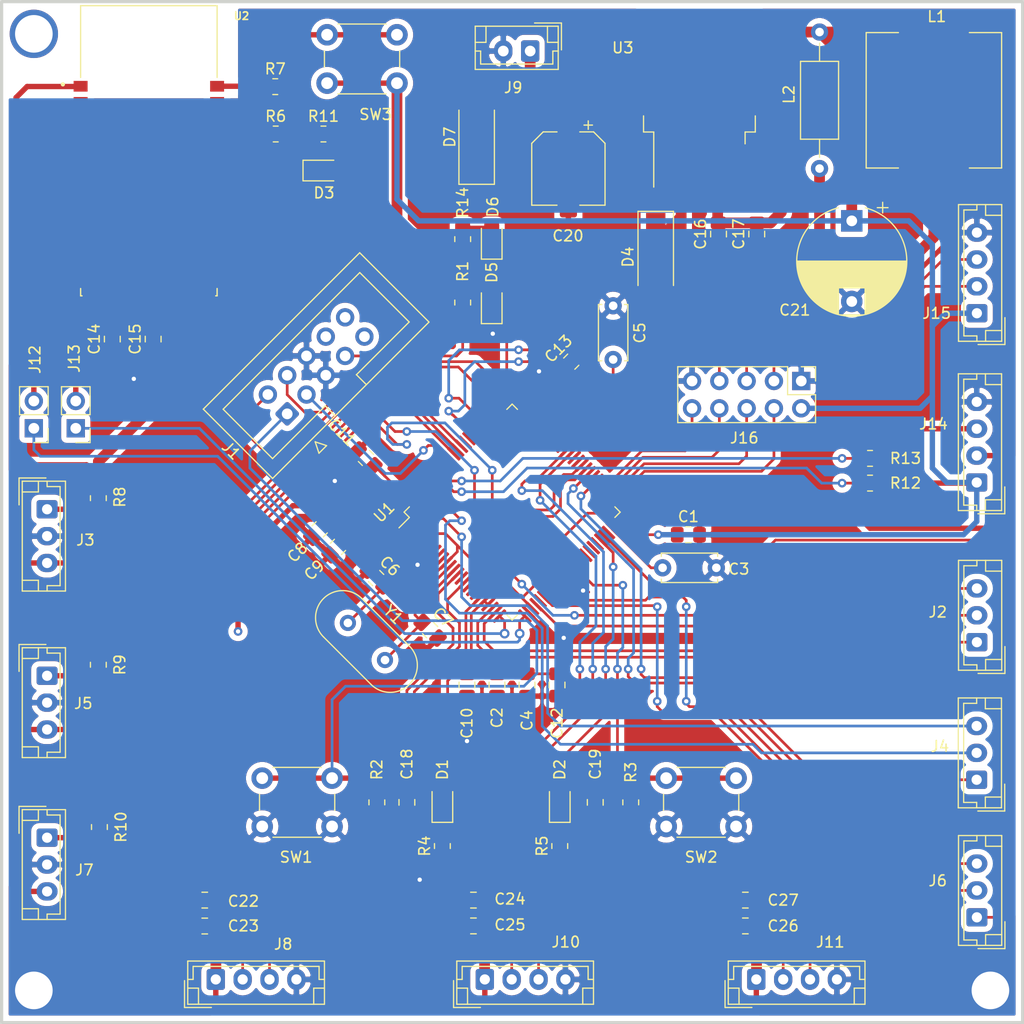
<source format=kicad_pcb>
(kicad_pcb (version 20171130) (host pcbnew "(5.1.10)-1")
  (layers (0 F.Cu signal) (31 B.Cu signal) (34 B.Paste user) (35 F.Paste user) (36 B.SilkS user) (37 F.SilkS user) (38 B.Mask user) (39 F.Mask user) (44 Edge.Cuts user))
  (net 0 "")
  (net 1 GND)
  (net 2 +3V3)
  (net 3 "Net-(C3-Pad1)")
  (net 4 "Net-(C5-Pad1)")
  (net 5 "Net-(C6-Pad1)")
  (net 6 "Net-(C7-Pad1)")
  (net 7 /NRST)
  (net 8 "Net-(D1-Pad1)")
  (net 9 /PE15)
  (net 10 "Net-(D2-Pad1)")
  (net 11 "Net-(D3-Pad2)")
  (net 12 "Net-(D4-Pad1)")
  (net 13 "Net-(R6-Pad1)")
  (net 14 "Net-(R11-Pad1)")
  (net 15 "Net-(R7-Pad1)")
  (net 16 /HALL_1)
  (net 17 /HALL_2)
  (net 18 /HALL_3)
  (net 19 "/PA2(Tx)")
  (net 20 "/PA3(Rx)")
  (net 21 /HC05_TX)
  (net 22 /HC05_RX)
  (net 23 +12V)
  (net 24 /SWDIO)
  (net 25 "/SWO(SWIM)")
  (net 26 /SWCLK)
  (net 27 /MOTOR_1_R)
  (net 28 "/MOTOR_1(PWM)")
  (net 29 "/MOTOR_2(PWM)")
  (net 30 /MOTOR_3_L)
  (net 31 /MOTOR_3_R)
  (net 32 "/MOTOR_3(PWM)")
  (net 33 /TIM4_CH2)
  (net 34 /TIM4_CH1)
  (net 35 /TIM8_CH2)
  (net 36 /TIM8_CH1)
  (net 37 /PC12_UART_5_Tx)
  (net 38 /PD2_UART_5_Rx)
  (net 39 /MOTOR_2_L)
  (net 40 /MOTOR_2_R)
  (net 41 /PB6_I2C1_SCL)
  (net 42 /PB7_I2C1_SDA)
  (net 43 "Net-(D5-Pad2)")
  (net 44 "Net-(J1-Pad7)")
  (net 45 /MOTOR_1_L)
  (net 46 /PB14)
  (net 47 /PB13)
  (net 48 /PB12)
  (net 49 /TIM3_CH2)
  (net 50 /TIM3_CH1)
  (net 51 "Net-(D6-Pad2)")
  (net 52 /PE8)
  (net 53 /PC1)
  (net 54 /PA12)
  (net 55 /PA10)
  (net 56 /PA11)
  (net 57 /PB15)
  (net 58 "Net-(D7-Pad2)")
  (module Capacitor_SMD:C_0805_2012Metric_Pad1.18x1.45mm_HandSolder (layer F.Cu) (at 174.2 133.6 180)
    (fp_text reference C27 (at -3.52 0) (layer F.SilkS))
    (fp_text value 100nF)
    (pad 2 smd roundrect (at 1.0375 0 180) (size 1.175 1.45) (layers F.Cu F.Paste F.Mask) (roundrect_rratio 0.212766) (net 1 GND))
    (pad 1 smd roundrect (at -1.0375 0 180) (size 1.175 1.45) (layers F.Cu F.Paste F.Mask) (roundrect_rratio 0.212766) (net 2 +3V3))
  )
  (module Capacitor_SMD:C_0805_2012Metric_Pad1.18x1.45mm_HandSolder (layer F.Cu) (at 174.2 136 180)
    (fp_text reference C26 (at -3.52 0) (layer F.SilkS))
    (fp_text value 1uF)
    (pad 2 smd roundrect (at 1.0375 0 180) (size 1.175 1.45) (layers F.Cu F.Paste F.Mask) (roundrect_rratio 0.212766) (net 1 GND))
    (pad 1 smd roundrect (at -1.0375 0 180) (size 1.175 1.45) (layers F.Cu F.Paste F.Mask) (roundrect_rratio 0.212766) (net 2 +3V3))
  )
  (module Capacitor_SMD:C_0805_2012Metric_Pad1.18x1.45mm_HandSolder (layer F.Cu) (at 148.9 136 180)
    (fp_text reference C25 (at -3.4 0.1) (layer F.SilkS))
    (fp_text value 100nF)
    (pad 2 smd roundrect (at 1.0375 0 180) (size 1.175 1.45) (layers F.Cu F.Paste F.Mask) (roundrect_rratio 0.212766) (net 1 GND))
    (pad 1 smd roundrect (at -1.0375 0 180) (size 1.175 1.45) (layers F.Cu F.Paste F.Mask) (roundrect_rratio 0.212766) (net 2 +3V3))
  )
  (module Capacitor_SMD:C_0805_2012Metric_Pad1.18x1.45mm_HandSolder (layer F.Cu) (at 148.9 133.6 180)
    (fp_text reference C24 (at -3.4 0.1) (layer F.SilkS))
    (fp_text value 1uF)
    (pad 2 smd roundrect (at 1.0375 0 180) (size 1.175 1.45) (layers F.Cu F.Paste F.Mask) (roundrect_rratio 0.212766) (net 1 GND))
    (pad 1 smd roundrect (at -1.0375 0 180) (size 1.175 1.45) (layers F.Cu F.Paste F.Mask) (roundrect_rratio 0.212766) (net 2 +3V3))
  )
  (module Capacitor_SMD:C_0805_2012Metric_Pad1.18x1.45mm_HandSolder (layer F.Cu) (at 123.9 136.01)
    (fp_text reference C23 (at 3.6 -0.01) (layer F.SilkS))
    (fp_text value 1uF)
    (pad 2 smd roundrect (at 1.0375 0) (size 1.175 1.45) (layers F.Cu F.Paste F.Mask) (roundrect_rratio 0.212766) (net 2 +3V3))
    (pad 1 smd roundrect (at -1.0375 0) (size 1.175 1.45) (layers F.Cu F.Paste F.Mask) (roundrect_rratio 0.212766) (net 1 GND))
  )
  (module Capacitor_SMD:C_0805_2012Metric_Pad1.18x1.45mm_HandSolder (layer F.Cu) (at 123.9 133.6)
    (fp_text reference C22 (at 3.6 0.1) (layer F.SilkS))
    (fp_text value 100nF)
    (pad 2 smd roundrect (at 1.0375 0) (size 1.175 1.45) (layers F.Cu F.Paste F.Mask) (roundrect_rratio 0.212766) (net 2 +3V3))
    (pad 1 smd roundrect (at -1.0375 0) (size 1.175 1.45) (layers F.Cu F.Paste F.Mask) (roundrect_rratio 0.212766) (net 1 GND))
  )
  (module Capacitor_SMD:C_0805_2012Metric_Pad1.18x1.45mm_HandSolder (layer F.Cu) (at 119.1 81.4 90)
    (fp_text reference C15 (at 0 -1.68 90) (layer F.SilkS))
    (fp_text value 1uF)
    (pad 2 smd roundrect (at 1.0375 0 90) (size 1.175 1.45) (layers F.Cu F.Paste F.Mask) (roundrect_rratio 0.212766) (net 2 +3V3))
    (pad 1 smd roundrect (at -1.0375 0 90) (size 1.175 1.45) (layers F.Cu F.Paste F.Mask) (roundrect_rratio 0.212766) (net 1 GND))
  )
  (module Capacitor_SMD:C_0805_2012Metric_Pad1.18x1.45mm_HandSolder (layer F.Cu) (at 115.3 81.4 90)
    (fp_text reference C14 (at 0 -1.68 90) (layer F.SilkS))
    (fp_text value 100nF)
    (pad 2 smd roundrect (at 1.0375 0 90) (size 1.175 1.45) (layers F.Cu F.Paste F.Mask) (roundrect_rratio 0.212766) (net 2 +3V3))
    (pad 1 smd roundrect (at -1.0375 0 90) (size 1.175 1.45) (layers F.Cu F.Paste F.Mask) (roundrect_rratio 0.212766) (net 1 GND))
  )
  (module Diode_SMD:D_SMA_Handsoldering (layer F.Cu) (at 149.2 62.6 90)
    (fp_text reference D7 (at 0 -2.5 90) (layer F.SilkS))
    (fp_text value MBR360)
    (pad 2 smd rect (at 2.5 0 90) (size 3.5 1.8) (layers F.Cu F.Paste F.Mask) (net 58 "Net-(D7-Pad2)"))
    (pad 1 smd rect (at -2.5 0 90) (size 3.5 1.8) (layers F.Cu F.Paste F.Mask) (net 23 +12V))
  )
  (module Resistor_SMD:R_0805_2012Metric_Pad1.20x1.40mm_HandSolder (layer F.Cu) (at 147.9 72.1 90)
    (fp_text reference R14 (at 3.4 0 90) (layer F.SilkS))
    (fp_text value 1K)
    (pad 2 smd roundrect (at 1 0 90) (size 1.2 1.4) (layers F.Cu F.Paste F.Mask) (roundrect_rratio 0.208333) (net 51 "Net-(D6-Pad2)"))
    (pad 1 smd roundrect (at -1 0 90) (size 1.2 1.4) (layers F.Cu F.Paste F.Mask) (roundrect_rratio 0.208333) (net 2 +3V3))
  )
  (module LED_SMD:LED_0805_2012Metric_Pad1.15x1.40mm_HandSolder (layer F.Cu) (at 150.6 72.1 90)
    (fp_text reference D6 (at 3 0.1 90) (layer F.SilkS))
    (fp_text value LED)
    (pad 2 smd roundrect (at 1.025 0 90) (size 1.15 1.4) (layers F.Cu F.Paste F.Mask) (roundrect_rratio 0.217391) (net 51 "Net-(D6-Pad2)"))
    (pad 1 smd roundrect (at -1.025 0 90) (size 1.15 1.4) (layers F.Cu F.Paste F.Mask) (roundrect_rratio 0.217391) (net 1 GND))
  )
  (module Capacitor_THT:CP_Radial_D10.0mm_P7.50mm (layer F.Cu) (at 184.1 70.4 270)
    (fp_text reference C21 (at 8.3 5.3 180) (layer F.SilkS))
    (fp_text value 1000uF)
    (pad 2 thru_hole circle (at 7.5 0 270) (size 2 2) (drill 1) (layers *.Cu *.Mask) (net 1 GND))
    (pad 1 thru_hole rect (at 0 0 270) (size 2 2) (drill 1) (layers *.Cu *.Mask) (net 2 +3V3))
  )
  (module Connector_IDC:IDC-Header_2x05_P2.54mm_Vertical (layer F.Cu) (at 131.572 88.356 135)
    (fp_text reference J1 (at 1.27 -6.1 135) (layer F.SilkS))
    (fp_text value "ST-LINK V2 ")
    (pad 10 thru_hole circle (at 2.54 10.16 135) (size 1.7 1.7) (drill 1) (layers *.Cu *.Mask))
    (pad 8 thru_hole circle (at 2.54 7.62 135) (size 1.7 1.7) (drill 1) (layers *.Cu *.Mask))
    (pad 6 thru_hole circle (at 2.54 5.08 135) (size 1.7 1.7) (drill 1) (layers *.Cu *.Mask) (net 1 GND))
    (pad 4 thru_hole circle (at 2.54 2.54 135) (size 1.7 1.7) (drill 1) (layers *.Cu *.Mask) (net 24 /SWDIO))
    (pad 2 thru_hole circle (at 2.54 0 135) (size 1.7 1.7) (drill 1) (layers *.Cu *.Mask) (net 26 /SWCLK))
    (pad 9 thru_hole circle (at 0 10.16 135) (size 1.7 1.7) (drill 1) (layers *.Cu *.Mask))
    (pad 7 thru_hole circle (at 0 7.62 135) (size 1.7 1.7) (drill 1) (layers *.Cu *.Mask) (net 44 "Net-(J1-Pad7)"))
    (pad 5 thru_hole circle (at 0 5.08 135) (size 1.7 1.7) (drill 1) (layers *.Cu *.Mask) (net 1 GND))
    (pad 3 thru_hole circle (at 0 2.54 135) (size 1.7 1.7) (drill 1) (layers *.Cu *.Mask) (net 25 "/SWO(SWIM)"))
    (pad 1 thru_hole roundrect (at 0 0 135) (size 1.7 1.7) (drill 1) (layers *.Cu *.Mask) (roundrect_rratio 0.147059) (net 7 /NRST))
  )
  (module Resistor_SMD:R_0805_2012Metric_Pad1.20x1.40mm_HandSolder (layer F.Cu) (at 147.9 78 270)
    (fp_text reference R1 (at -2.9 0 90) (layer F.SilkS))
    (fp_text value 120)
    (pad 2 smd roundrect (at 1 0 270) (size 1.2 1.4) (layers F.Cu F.Paste F.Mask) (roundrect_rratio 0.208333) (net 44 "Net-(J1-Pad7)"))
    (pad 1 smd roundrect (at -1 0 270) (size 1.2 1.4) (layers F.Cu F.Paste F.Mask) (roundrect_rratio 0.208333) (net 43 "Net-(D5-Pad2)"))
  )
  (module LED_SMD:LED_0805_2012Metric_Pad1.15x1.40mm_HandSolder (layer F.Cu) (at 150.6 78.1 90)
    (fp_text reference D5 (at 2.9 0 90) (layer F.SilkS))
    (fp_text value LED)
    (pad 2 smd roundrect (at 1.025 0 90) (size 1.15 1.4) (layers F.Cu F.Paste F.Mask) (roundrect_rratio 0.217391) (net 43 "Net-(D5-Pad2)"))
    (pad 1 smd roundrect (at -1.025 0 90) (size 1.15 1.4) (layers F.Cu F.Paste F.Mask) (roundrect_rratio 0.217391) (net 1 GND))
  )
  (module Resistor_SMD:R_0805_2012Metric_Pad1.20x1.40mm_HandSolder (layer F.Cu) (at 185.8 92.5 180)
    (fp_text reference R13 (at -3.3 0) (layer F.SilkS))
    (fp_text value 1K)
    (pad 2 smd roundrect (at 1 0 180) (size 1.2 1.4) (layers F.Cu F.Paste F.Mask) (roundrect_rratio 0.208333) (net 41 /PB6_I2C1_SCL))
    (pad 1 smd roundrect (at -1 0 180) (size 1.2 1.4) (layers F.Cu F.Paste F.Mask) (roundrect_rratio 0.208333) (net 2 +3V3))
  )
  (module Resistor_SMD:R_0805_2012Metric_Pad1.20x1.40mm_HandSolder (layer F.Cu) (at 185.8 94.8 180)
    (fp_text reference R12 (at -3.3 0) (layer F.SilkS))
    (fp_text value 1K)
    (pad 2 smd roundrect (at 1 0 180) (size 1.2 1.4) (layers F.Cu F.Paste F.Mask) (roundrect_rratio 0.208333) (net 42 /PB7_I2C1_SDA))
    (pad 1 smd roundrect (at -1 0 180) (size 1.2 1.4) (layers F.Cu F.Paste F.Mask) (roundrect_rratio 0.208333) (net 2 +3V3))
  )
  (module Connector_JST:JST_EH_B3B-EH-A_1x03_P2.50mm_Vertical (layer F.Cu) (at 109.232 127.79 270)
    (fp_text reference J7 (at 3.01 -3.468 180) (layer F.SilkS))
    (fp_text value "Hall 1")
    (pad 3 thru_hole oval (at 5 0 270) (size 1.7 1.95) (drill 0.95) (layers *.Cu *.Mask) (net 2 +3V3))
    (pad 2 thru_hole oval (at 2.5 0 270) (size 1.7 1.95) (drill 0.95) (layers *.Cu *.Mask) (net 1 GND))
    (pad 1 thru_hole roundrect (at 0 0 270) (size 1.7 1.95) (drill 0.95) (layers *.Cu *.Mask) (roundrect_rratio 0.147059) (net 16 /HALL_1))
  )
  (module Connector_JST:JST_EH_B3B-EH-A_1x03_P2.50mm_Vertical (layer F.Cu) (at 109.232 112.726 270)
    (fp_text reference J5 (at 2.574 -3.368 180) (layer F.SilkS))
    (fp_text value "Hall 2")
    (pad 3 thru_hole oval (at 5 0 270) (size 1.7 1.95) (drill 0.95) (layers *.Cu *.Mask) (net 2 +3V3))
    (pad 2 thru_hole oval (at 2.5 0 270) (size 1.7 1.95) (drill 0.95) (layers *.Cu *.Mask) (net 1 GND))
    (pad 1 thru_hole roundrect (at 0 0 270) (size 1.7 1.95) (drill 0.95) (layers *.Cu *.Mask) (roundrect_rratio 0.147059) (net 17 /HALL_2))
  )
  (module Connector_JST:JST_EH_B3B-EH-A_1x03_P2.50mm_Vertical (layer F.Cu) (at 109.232 97.232 270)
    (fp_text reference J3 (at 2.868 -3.568 180) (layer F.SilkS))
    (fp_text value "Hall 3")
    (pad 3 thru_hole oval (at 5 0 270) (size 1.7 1.95) (drill 0.95) (layers *.Cu *.Mask) (net 2 +3V3))
    (pad 2 thru_hole oval (at 2.5 0 270) (size 1.7 1.95) (drill 0.95) (layers *.Cu *.Mask) (net 1 GND))
    (pad 1 thru_hole roundrect (at 0 0 270) (size 1.7 1.95) (drill 0.95) (layers *.Cu *.Mask) (roundrect_rratio 0.147059) (net 18 /HALL_3))
  )
  (module Inductor_THT:L_Axial_L7.0mm_D3.3mm_P12.70mm_Horizontal_Fastron_MICC (layer F.Cu) (at 181.102 65.532 90)
    (fp_text reference L2 (at 6.894 -2.84 90) (layer F.SilkS))
    (fp_text value "100uH - optional")
    (pad 2 thru_hole oval (at 12.7 0 90) (size 1.6 1.6) (drill 0.8) (layers *.Cu *.Mask) (net 2 +3V3))
    (pad 1 thru_hole circle (at 0 0 90) (size 1.6 1.6) (drill 0.8) (layers *.Cu *.Mask) (net 12 "Net-(D4-Pad1)"))
  )
  (module Inductor_SMD:L_12x12mm_H6mm (layer F.Cu) (at 191.742 59.182 90)
    (fp_text reference L1 (at 7.79 0.27 180) (layer F.SilkS))
    (fp_text value 100uH)
    (pad 2 smd rect (at 4.95 0 90) (size 2.9 5.4) (layers F.Cu F.Paste F.Mask) (net 2 +3V3))
    (pad 1 smd rect (at -4.95 0 90) (size 2.9 5.4) (layers F.Cu F.Paste F.Mask) (net 12 "Net-(D4-Pad1)"))
  )
  (module Connector_PinHeader_2.54mm:PinHeader_2x05_P2.54mm_Vertical (layer F.Cu) (at 179.4 85.3 270)
    (fp_text reference J16 (at 5.3 5.3 180) (layer F.SilkS))
    (fp_text value GPIO)
    (pad 10 thru_hole oval (at 2.54 10.16 270) (size 1.7 1.7) (drill 1) (layers *.Cu *.Mask) (net 57 /PB15))
    (pad 9 thru_hole oval (at 0 10.16 270) (size 1.7 1.7) (drill 1) (layers *.Cu *.Mask) (net 1 GND))
    (pad 8 thru_hole oval (at 2.54 7.62 270) (size 1.7 1.7) (drill 1) (layers *.Cu *.Mask) (net 46 /PB14))
    (pad 7 thru_hole oval (at 0 7.62 270) (size 1.7 1.7) (drill 1) (layers *.Cu *.Mask) (net 55 /PA10))
    (pad 6 thru_hole oval (at 2.54 5.08 270) (size 1.7 1.7) (drill 1) (layers *.Cu *.Mask) (net 47 /PB13))
    (pad 5 thru_hole oval (at 0 5.08 270) (size 1.7 1.7) (drill 1) (layers *.Cu *.Mask) (net 56 /PA11))
    (pad 4 thru_hole oval (at 2.54 2.54 270) (size 1.7 1.7) (drill 1) (layers *.Cu *.Mask) (net 48 /PB12))
    (pad 3 thru_hole oval (at 0 2.54 270) (size 1.7 1.7) (drill 1) (layers *.Cu *.Mask) (net 54 /PA12))
    (pad 2 thru_hole oval (at 2.54 0 270) (size 1.7 1.7) (drill 1) (layers *.Cu *.Mask) (net 2 +3V3))
    (pad 1 thru_hole rect (at 0 0 270) (size 1.7 1.7) (drill 1) (layers *.Cu *.Mask) (net 1 GND))
  )
  (module Connector_JST:JST_EH_B2B-EH-A_1x02_P2.50mm_Vertical (layer F.Cu) (at 154.178 54.6 180)
    (fp_text reference J9 (at 1.578 -3.4) (layer F.SilkS))
    (fp_text value "DC Input")
    (pad 2 thru_hole oval (at 2.5 0 180) (size 1.7 2) (drill 1) (layers *.Cu *.Mask) (net 1 GND))
    (pad 1 thru_hole roundrect (at 0 0 180) (size 1.7 2) (drill 1) (layers *.Cu *.Mask) (roundrect_rratio 0.147059) (net 58 "Net-(D7-Pad2)"))
  )
  (module Connector_JST:JST_EH_B4B-EH-A_1x04_P2.50mm_Vertical (layer F.Cu) (at 195.742 78.994 90)
    (fp_text reference J15 (at -0.006 -3.742 180) (layer F.SilkS))
    (fp_text value "UART 5")
    (pad 4 thru_hole oval (at 7.5 0 90) (size 1.7 1.95) (drill 0.95) (layers *.Cu *.Mask) (net 1 GND))
    (pad 3 thru_hole oval (at 5 0 90) (size 1.7 1.95) (drill 0.95) (layers *.Cu *.Mask) (net 37 /PC12_UART_5_Tx))
    (pad 2 thru_hole oval (at 2.5 0 90) (size 1.7 1.95) (drill 0.95) (layers *.Cu *.Mask) (net 38 /PD2_UART_5_Rx))
    (pad 1 thru_hole roundrect (at 0 0 90) (size 1.7 1.95) (drill 0.95) (layers *.Cu *.Mask) (roundrect_rratio 0.147059) (net 2 +3V3))
  )
  (module Connector_JST:JST_EH_B4B-EH-A_1x04_P2.50mm_Vertical (layer F.Cu) (at 195.728 94.742 90)
    (fp_text reference J14 (at 5.442 -4.028 180) (layer F.SilkS))
    (fp_text value "I2C 1")
    (pad 4 thru_hole oval (at 7.5 0 90) (size 1.7 1.95) (drill 0.95) (layers *.Cu *.Mask) (net 1 GND))
    (pad 3 thru_hole oval (at 5 0 90) (size 1.7 1.95) (drill 0.95) (layers *.Cu *.Mask) (net 41 /PB6_I2C1_SCL))
    (pad 2 thru_hole oval (at 2.5 0 90) (size 1.7 1.95) (drill 0.95) (layers *.Cu *.Mask) (net 42 /PB7_I2C1_SDA))
    (pad 1 thru_hole roundrect (at 0 0 90) (size 1.7 1.95) (drill 0.95) (layers *.Cu *.Mask) (roundrect_rratio 0.147059) (net 2 +3V3))
  )
  (module Connector_JST:JST_EH_B4B-EH-A_1x04_P2.50mm_Vertical (layer F.Cu) (at 175.22 140.978)
    (fp_text reference J11 (at 6.88 -3.478) (layer F.SilkS))
    (fp_text value "Encoder 3")
    (pad 4 thru_hole oval (at 7.5 0) (size 1.7 1.95) (drill 0.95) (layers *.Cu *.Mask) (net 1 GND))
    (pad 3 thru_hole oval (at 5 0) (size 1.7 1.95) (drill 0.95) (layers *.Cu *.Mask) (net 49 /TIM3_CH2))
    (pad 2 thru_hole oval (at 2.5 0) (size 1.7 1.95) (drill 0.95) (layers *.Cu *.Mask) (net 50 /TIM3_CH1))
    (pad 1 thru_hole roundrect (at 0 0) (size 1.7 1.95) (drill 0.95) (layers *.Cu *.Mask) (roundrect_rratio 0.147059) (net 2 +3V3))
  )
  (module Connector_JST:JST_EH_B4B-EH-A_1x04_P2.50mm_Vertical (layer F.Cu) (at 149.96 140.978)
    (fp_text reference J10 (at 7.54 -3.478) (layer F.SilkS))
    (fp_text value "Encoder 2")
    (pad 4 thru_hole oval (at 7.5 0) (size 1.7 1.95) (drill 0.95) (layers *.Cu *.Mask) (net 1 GND))
    (pad 3 thru_hole oval (at 5 0) (size 1.7 1.95) (drill 0.95) (layers *.Cu *.Mask) (net 35 /TIM8_CH2))
    (pad 2 thru_hole oval (at 2.5 0) (size 1.7 1.95) (drill 0.95) (layers *.Cu *.Mask) (net 36 /TIM8_CH1))
    (pad 1 thru_hole roundrect (at 0 0) (size 1.7 1.95) (drill 0.95) (layers *.Cu *.Mask) (roundrect_rratio 0.147059) (net 2 +3V3))
  )
  (module Connector_JST:JST_EH_B4B-EH-A_1x04_P2.50mm_Vertical (layer F.Cu) (at 124.928 140.978)
    (fp_text reference J8 (at 6.272 -3.278) (layer F.SilkS))
    (fp_text value "Encoder 1")
    (pad 4 thru_hole oval (at 7.5 0) (size 1.7 1.95) (drill 0.95) (layers *.Cu *.Mask) (net 1 GND))
    (pad 3 thru_hole oval (at 5 0) (size 1.7 1.95) (drill 0.95) (layers *.Cu *.Mask) (net 33 /TIM4_CH2))
    (pad 2 thru_hole oval (at 2.5 0) (size 1.7 1.95) (drill 0.95) (layers *.Cu *.Mask) (net 34 /TIM4_CH1))
    (pad 1 thru_hole roundrect (at 0 0) (size 1.7 1.95) (drill 0.95) (layers *.Cu *.Mask) (roundrect_rratio 0.147059) (net 2 +3V3))
  )
  (module Connector_JST:JST_EH_B3B-EH-A_1x03_P2.50mm_Vertical (layer F.Cu) (at 195.742 135.2 90)
    (fp_text reference J6 (at 3.4 -3.642 180) (layer F.SilkS))
    (fp_text value "Motor 3")
    (pad 3 thru_hole oval (at 5 0 90) (size 1.7 1.95) (drill 0.95) (layers *.Cu *.Mask) (net 30 /MOTOR_3_L))
    (pad 2 thru_hole oval (at 2.5 0 90) (size 1.7 1.95) (drill 0.95) (layers *.Cu *.Mask) (net 31 /MOTOR_3_R))
    (pad 1 thru_hole roundrect (at 0 0 90) (size 1.7 1.95) (drill 0.95) (layers *.Cu *.Mask) (roundrect_rratio 0.147059) (net 32 "/MOTOR_3(PWM)"))
  )
  (module Connector_JST:JST_EH_B3B-EH-A_1x03_P2.50mm_Vertical (layer F.Cu) (at 195.72 122.4 90)
    (fp_text reference J4 (at 3.1 -3.42 180) (layer F.SilkS))
    (fp_text value "Motor 2")
    (pad 3 thru_hole oval (at 5 0 90) (size 1.7 1.95) (drill 0.95) (layers *.Cu *.Mask) (net 39 /MOTOR_2_L))
    (pad 2 thru_hole oval (at 2.5 0 90) (size 1.7 1.95) (drill 0.95) (layers *.Cu *.Mask) (net 40 /MOTOR_2_R))
    (pad 1 thru_hole roundrect (at 0 0 90) (size 1.7 1.95) (drill 0.95) (layers *.Cu *.Mask) (roundrect_rratio 0.147059) (net 29 "/MOTOR_2(PWM)"))
  )
  (module Connector_JST:JST_EH_B3B-EH-A_1x03_P2.50mm_Vertical (layer F.Cu) (at 195.742 109.6 90)
    (fp_text reference J2 (at 2.8 -3.642 180) (layer F.SilkS))
    (fp_text value "Motor 1")
    (pad 3 thru_hole oval (at 5 0 90) (size 1.7 1.95) (drill 0.95) (layers *.Cu *.Mask) (net 45 /MOTOR_1_L))
    (pad 2 thru_hole oval (at 2.5 0 90) (size 1.7 1.95) (drill 0.95) (layers *.Cu *.Mask) (net 27 /MOTOR_1_R))
    (pad 1 thru_hole roundrect (at 0 0 90) (size 1.7 1.95) (drill 0.95) (layers *.Cu *.Mask) (roundrect_rratio 0.147059) (net 28 "/MOTOR_1(PWM)"))
  )
  (module Capacitor_SMD:CP_Elec_6.3x5.4 (layer F.Cu) (at 157.734 65.532 270)
    (fp_text reference C20 (at 6.268 0.034) (layer F.SilkS))
    (fp_text value 100uF)
    (pad 2 smd roundrect (at 2.8 0 270) (size 3.5 1.6) (layers F.Cu F.Paste F.Mask) (roundrect_rratio 0.15625) (net 1 GND))
    (pad 1 smd roundrect (at -2.8 0 270) (size 3.5 1.6) (layers F.Cu F.Paste F.Mask) (roundrect_rratio 0.15625) (net 23 +12V))
  )
  (module Connector_PinHeader_2.54mm:PinHeader_1x02_P2.54mm_Vertical (layer F.Cu) (at 111.9 89.7 180)
    (fp_text reference J13 (at 0.152 6.496 270) (layer F.SilkS))
    (fp_text value JUMP_2)
    (pad 2 thru_hole oval (at 0 2.54 180) (size 1.7 1.7) (drill 1) (layers *.Cu *.Mask) (net 22 /HC05_RX))
    (pad 1 thru_hole rect (at 0 0 180) (size 1.7 1.7) (drill 1) (layers *.Cu *.Mask) (net 19 "/PA2(Tx)"))
  )
  (module Connector_PinHeader_2.54mm:PinHeader_1x02_P2.54mm_Vertical (layer F.Cu) (at 108 89.7 180)
    (fp_text reference J12 (at -0.1 6.4 270) (layer F.SilkS))
    (fp_text value JUMP_1)
    (pad 2 thru_hole oval (at 0 2.54 180) (size 1.7 1.7) (drill 1) (layers *.Cu *.Mask) (net 21 /HC05_TX))
    (pad 1 thru_hole rect (at 0 0 180) (size 1.7 1.7) (drill 1) (layers *.Cu *.Mask) (net 20 "/PA3(Rx)"))
  )
  (module Diode_SMD:D_SMA_Handsoldering (layer F.Cu) (at 165.862 73.914 270)
    (fp_text reference D4 (at -0.16 2.58 90) (layer F.SilkS))
    (fp_text value MBR360)
    (pad 2 smd rect (at 2.5 0 270) (size 3.5 1.8) (layers F.Cu F.Paste F.Mask) (net 1 GND))
    (pad 1 smd rect (at -2.5 0 270) (size 3.5 1.8) (layers F.Cu F.Paste F.Mask) (net 12 "Net-(D4-Pad1)"))
  )
  (module Capacitor_SMD:C_0805_2012Metric_Pad1.18x1.45mm_HandSolder (layer F.Cu) (at 168.9 99.6)
    (fp_text reference C1 (at 0 -1.68) (layer F.SilkS))
    (fp_text value 100nF)
    (pad 2 smd roundrect (at 1.0375 0) (size 1.175 1.45) (layers F.Cu F.Paste F.Mask) (roundrect_rratio 0.212766) (net 1 GND))
    (pad 1 smd roundrect (at -1.0375 0) (size 1.175 1.45) (layers F.Cu F.Paste F.Mask) (roundrect_rratio 0.212766) (net 2 +3V3))
  )
  (module Capacitor_SMD:C_0805_2012Metric_Pad1.18x1.45mm_HandSolder (layer F.Cu) (at 151.09 113.582 270)
    (fp_text reference C2 (at 3.048 0 90) (layer F.SilkS))
    (fp_text value 100nF)
    (pad 1 smd roundrect (at -1.0375 0 270) (size 1.175 1.45) (layers F.Cu F.Paste F.Mask) (roundrect_rratio 0.212766) (net 2 +3V3))
    (pad 2 smd roundrect (at 1.0375 0 270) (size 1.175 1.45) (layers F.Cu F.Paste F.Mask) (roundrect_rratio 0.212766) (net 1 GND))
  )
  (module Capacitor_THT:C_Disc_D5.0mm_W2.5mm_P5.00mm (layer F.Cu) (at 166.5 102.68)
    (fp_text reference C3 (at 7.1 0.12) (layer F.SilkS))
    (fp_text value 2.2uF)
    (pad 1 thru_hole circle (at 0 0) (size 1.6 1.6) (drill 0.8) (layers *.Cu *.Mask) (net 3 "Net-(C3-Pad1)"))
    (pad 2 thru_hole circle (at 5 0) (size 1.6 1.6) (drill 0.8) (layers *.Cu *.Mask) (net 1 GND))
  )
  (module Capacitor_SMD:C_0805_2012Metric_Pad1.18x1.45mm_HandSolder (layer F.Cu) (at 153.884 113.582 270)
    (fp_text reference C4 (at 3.302 0 90) (layer F.SilkS))
    (fp_text value 100nF)
    (pad 2 smd roundrect (at 1.0375 0 270) (size 1.175 1.45) (layers F.Cu F.Paste F.Mask) (roundrect_rratio 0.212766) (net 1 GND))
    (pad 1 smd roundrect (at -1.0375 0 270) (size 1.175 1.45) (layers F.Cu F.Paste F.Mask) (roundrect_rratio 0.212766) (net 2 +3V3))
  )
  (module Capacitor_THT:C_Disc_D5.0mm_W2.5mm_P5.00mm (layer F.Cu) (at 161.9 83.3 90)
    (fp_text reference C5 (at 2.474874 2.474874 90) (layer F.SilkS))
    (fp_text value 2.2uF)
    (pad 2 thru_hole circle (at 5 0 90) (size 1.6 1.6) (drill 0.8) (layers *.Cu *.Mask) (net 1 GND))
    (pad 1 thru_hole circle (at 0 0 90) (size 1.6 1.6) (drill 0.8) (layers *.Cu *.Mask) (net 4 "Net-(C5-Pad1)"))
  )
  (module Capacitor_SMD:C_0805_2012Metric_Pad1.18x1.45mm_HandSolder (layer F.Cu) (at 139.85 103.63 135)
    (fp_text reference C6 (at -0.106066 1.689985 135) (layer F.SilkS))
    (fp_text value 22pF)
    (pad 2 smd roundrect (at 1.0375 0 135) (size 1.175 1.45) (layers F.Cu F.Paste F.Mask) (roundrect_rratio 0.212766) (net 1 GND))
    (pad 1 smd roundrect (at -1.0375 0 135) (size 1.175 1.45) (layers F.Cu F.Paste F.Mask) (roundrect_rratio 0.212766) (net 5 "Net-(C6-Pad1)"))
  )
  (module Capacitor_SMD:C_0805_2012Metric_Pad1.18x1.45mm_HandSolder (layer F.Cu) (at 144.87 108.48 315)
    (fp_text reference C7 (at 0 -1.68 135) (layer F.SilkS))
    (fp_text value 22pF hide)
    (pad 2 smd roundrect (at 1.0375 0 315) (size 1.175 1.45) (layers F.Cu F.Paste F.Mask) (roundrect_rratio 0.212766) (net 1 GND))
    (pad 1 smd roundrect (at -1.0375 0 315) (size 1.175 1.45) (layers F.Cu F.Paste F.Mask) (roundrect_rratio 0.212766) (net 6 "Net-(C7-Pad1)"))
  )
  (module Capacitor_SMD:C_0805_2012Metric_Pad1.18x1.45mm_HandSolder (layer F.Cu) (at 134.6 99.1 225)
    (fp_text reference C8 (at 2.98 -0.06 45) (layer F.SilkS))
    (fp_text value 100nF)
    (pad 1 smd roundrect (at -1.0375 0 225) (size 1.175 1.45) (layers F.Cu F.Paste F.Mask) (roundrect_rratio 0.212766) (net 2 +3V3))
    (pad 2 smd roundrect (at 1.0375 0 225) (size 1.175 1.45) (layers F.Cu F.Paste F.Mask) (roundrect_rratio 0.212766) (net 1 GND))
  )
  (module Capacitor_SMD:C_0805_2012Metric_Pad1.18x1.45mm_HandSolder (layer F.Cu) (at 136.3 100.73 225)
    (fp_text reference C9 (at 3.1 0.01 45) (layer F.SilkS))
    (fp_text value 100nF)
    (pad 2 smd roundrect (at 1.0375 0 225) (size 1.175 1.45) (layers F.Cu F.Paste F.Mask) (roundrect_rratio 0.212766) (net 1 GND))
    (pad 1 smd roundrect (at -1.0375 0 225) (size 1.175 1.45) (layers F.Cu F.Paste F.Mask) (roundrect_rratio 0.212766) (net 2 +3V3))
  )
  (module Capacitor_SMD:C_0805_2012Metric_Pad1.18x1.45mm_HandSolder (layer F.Cu) (at 148.296 113.582 270)
    (fp_text reference C10 (at 3.556 0 90) (layer F.SilkS))
    (fp_text value 100nF)
    (pad 1 smd roundrect (at -1.0375 0 270) (size 1.175 1.45) (layers F.Cu F.Paste F.Mask) (roundrect_rratio 0.212766) (net 2 +3V3))
    (pad 2 smd roundrect (at 1.0375 0 270) (size 1.175 1.45) (layers F.Cu F.Paste F.Mask) (roundrect_rratio 0.212766) (net 1 GND))
  )
  (module Capacitor_SMD:C_0805_2012Metric_Pad1.18x1.45mm_HandSolder (layer F.Cu) (at 138.898 92.456 135)
    (fp_text reference C11 (at 3.26 0.1 135) (layer F.SilkS))
    (fp_text value 100nF)
    (pad 2 smd roundrect (at 1.0375 0 135) (size 1.175 1.45) (layers F.Cu F.Paste F.Mask) (roundrect_rratio 0.212766) (net 1 GND))
    (pad 1 smd roundrect (at -1.0375 0 135) (size 1.175 1.45) (layers F.Cu F.Paste F.Mask) (roundrect_rratio 0.212766) (net 2 +3V3))
  )
  (module Capacitor_SMD:C_0805_2012Metric_Pad1.18x1.45mm_HandSolder (layer F.Cu) (at 156.678 113.582 90)
    (fp_text reference C12 (at -3.556 0 90) (layer F.SilkS))
    (fp_text value 1uF)
    (pad 1 smd roundrect (at -1.0375 0 90) (size 1.175 1.45) (layers F.Cu F.Paste F.Mask) (roundrect_rratio 0.212766) (net 1 GND))
    (pad 2 smd roundrect (at 1.0375 0 90) (size 1.175 1.45) (layers F.Cu F.Paste F.Mask) (roundrect_rratio 0.212766) (net 2 +3V3))
  )
  (module Capacitor_SMD:C_0805_2012Metric_Pad1.18x1.45mm_HandSolder (layer F.Cu) (at 158 83.5 45)
    (fp_text reference C13 (at 0 -1.68 45) (layer F.SilkS))
    (fp_text value 100nF)
    (pad 1 smd roundrect (at -1.0375 0 45) (size 1.175 1.45) (layers F.Cu F.Paste F.Mask) (roundrect_rratio 0.212766) (net 2 +3V3))
    (pad 2 smd roundrect (at 1.0375 0 45) (size 1.175 1.45) (layers F.Cu F.Paste F.Mask) (roundrect_rratio 0.212766) (net 1 GND))
  )
  (module Capacitor_SMD:C_0805_2012Metric_Pad1.18x1.45mm_HandSolder (layer F.Cu) (at 171.704 71.628 90)
    (fp_text reference C16 (at 0 -1.68 90) (layer F.SilkS))
    (fp_text value 100nF)
    (pad 1 smd roundrect (at -1.0375 0 90) (size 1.175 1.45) (layers F.Cu F.Paste F.Mask) (roundrect_rratio 0.212766) (net 1 GND))
    (pad 2 smd roundrect (at 1.0375 0 90) (size 1.175 1.45) (layers F.Cu F.Paste F.Mask) (roundrect_rratio 0.212766) (net 2 +3V3))
  )
  (module Capacitor_SMD:C_0805_2012Metric_Pad1.18x1.45mm_HandSolder (layer F.Cu) (at 175.26 71.628 90)
    (fp_text reference C17 (at 0 -1.68 90) (layer F.SilkS))
    (fp_text value 1uF)
    (pad 2 smd roundrect (at 1.0375 0 90) (size 1.175 1.45) (layers F.Cu F.Paste F.Mask) (roundrect_rratio 0.212766) (net 2 +3V3))
    (pad 1 smd roundrect (at -1.0375 0 90) (size 1.175 1.45) (layers F.Cu F.Paste F.Mask) (roundrect_rratio 0.212766) (net 1 GND))
  )
  (module Capacitor_SMD:C_0805_2012Metric_Pad1.18x1.45mm_HandSolder (layer F.Cu) (at 142.708 124.504 90)
    (fp_text reference C18 (at 3.556 0 90) (layer F.SilkS))
    (fp_text value 100nF)
    (pad 1 smd roundrect (at -1.0375 0 90) (size 1.175 1.45) (layers F.Cu F.Paste F.Mask) (roundrect_rratio 0.212766) (net 1 GND))
    (pad 2 smd roundrect (at 1.0375 0 90) (size 1.175 1.45) (layers F.Cu F.Paste F.Mask) (roundrect_rratio 0.212766) (net 7 /NRST))
  )
  (module Capacitor_SMD:C_0805_2012Metric_Pad1.18x1.45mm_HandSolder (layer F.Cu) (at 160.234 124.504 90)
    (fp_text reference C19 (at 3.556 0 90) (layer F.SilkS))
    (fp_text value 100nF)
    (pad 1 smd roundrect (at -1.0375 0 90) (size 1.175 1.45) (layers F.Cu F.Paste F.Mask) (roundrect_rratio 0.212766) (net 1 GND))
    (pad 2 smd roundrect (at 1.0375 0 90) (size 1.175 1.45) (layers F.Cu F.Paste F.Mask) (roundrect_rratio 0.212766) (net 52 /PE8))
  )
  (module LED_SMD:LED_0805_2012Metric_Pad1.15x1.40mm_HandSolder (layer F.Cu) (at 146.01 124.504 90)
    (fp_text reference D1 (at 3.048 0 90) (layer F.SilkS))
    (fp_text value LED)
    (pad 1 smd roundrect (at -1.025 0 90) (size 1.15 1.4) (layers F.Cu F.Paste F.Mask) (roundrect_rratio 0.217391) (net 8 "Net-(D1-Pad1)"))
    (pad 2 smd roundrect (at 1.025 0 90) (size 1.15 1.4) (layers F.Cu F.Paste F.Mask) (roundrect_rratio 0.217391) (net 53 /PC1))
  )
  (module LED_SMD:LED_0805_2012Metric_Pad1.15x1.40mm_HandSolder (layer F.Cu) (at 156.932 124.504 90)
    (fp_text reference D2 (at 3.048 0 90) (layer F.SilkS))
    (fp_text value LED)
    (pad 2 smd roundrect (at 1.025 0 90) (size 1.15 1.4) (layers F.Cu F.Paste F.Mask) (roundrect_rratio 0.217391) (net 9 /PE15))
    (pad 1 smd roundrect (at -1.025 0 90) (size 1.15 1.4) (layers F.Cu F.Paste F.Mask) (roundrect_rratio 0.217391) (net 10 "Net-(D2-Pad1)"))
  )
  (module LED_SMD:LED_0805_2012Metric_Pad1.15x1.40mm_HandSolder (layer F.Cu) (at 134.904 65.718)
    (fp_text reference D3 (at 0.096 2.082) (layer F.SilkS))
    (fp_text value LED)
    (pad 1 smd roundrect (at -1.025 0) (size 1.15 1.4) (layers F.Cu F.Paste F.Mask) (roundrect_rratio 0.217391) (net 1 GND))
    (pad 2 smd roundrect (at 1.025 0) (size 1.15 1.4) (layers F.Cu F.Paste F.Mask) (roundrect_rratio 0.217391) (net 11 "Net-(D3-Pad2)"))
  )
  (module Resistor_SMD:R_0805_2012Metric_Pad1.20x1.40mm_HandSolder (layer F.Cu) (at 139.914 124.504 270)
    (fp_text reference R2 (at -3.048 0 90) (layer F.SilkS))
    (fp_text value 10K)
    (pad 2 smd roundrect (at 1 0 270) (size 1.2 1.4) (layers F.Cu F.Paste F.Mask) (roundrect_rratio 0.208333) (net 2 +3V3))
    (pad 1 smd roundrect (at -1 0 270) (size 1.2 1.4) (layers F.Cu F.Paste F.Mask) (roundrect_rratio 0.208333) (net 7 /NRST))
  )
  (module Resistor_SMD:R_0805_2012Metric_Pad1.20x1.40mm_HandSolder (layer F.Cu) (at 163.536 124.504 270)
    (fp_text reference R3 (at -2.794 0 90) (layer F.SilkS))
    (fp_text value 10K)
    (pad 2 smd roundrect (at 1 0 270) (size 1.2 1.4) (layers F.Cu F.Paste F.Mask) (roundrect_rratio 0.208333) (net 2 +3V3))
    (pad 1 smd roundrect (at -1 0 270) (size 1.2 1.4) (layers F.Cu F.Paste F.Mask) (roundrect_rratio 0.208333) (net 52 /PE8))
  )
  (module Resistor_SMD:R_0805_2012Metric_Pad1.20x1.40mm_HandSolder (layer F.Cu) (at 146.01 128.568 90)
    (fp_text reference R4 (at 0 -1.65 90) (layer F.SilkS))
    (fp_text value 1K)
    (pad 2 smd roundrect (at 1 0 90) (size 1.2 1.4) (layers F.Cu F.Paste F.Mask) (roundrect_rratio 0.208333) (net 8 "Net-(D1-Pad1)"))
    (pad 1 smd roundrect (at -1 0 90) (size 1.2 1.4) (layers F.Cu F.Paste F.Mask) (roundrect_rratio 0.208333) (net 1 GND))
  )
  (module Resistor_SMD:R_0805_2012Metric_Pad1.20x1.40mm_HandSolder (layer F.Cu) (at 156.932 128.568 90)
    (fp_text reference R5 (at 0 -1.65 90) (layer F.SilkS))
    (fp_text value 1K)
    (pad 1 smd roundrect (at -1 0 90) (size 1.2 1.4) (layers F.Cu F.Paste F.Mask) (roundrect_rratio 0.208333) (net 1 GND))
    (pad 2 smd roundrect (at 1 0 90) (size 1.2 1.4) (layers F.Cu F.Paste F.Mask) (roundrect_rratio 0.208333) (net 10 "Net-(D2-Pad1)"))
  )
  (module Resistor_SMD:R_0805_2012Metric_Pad1.20x1.40mm_HandSolder (layer F.Cu) (at 130.504 62.318)
    (fp_text reference R6 (at 0 -1.65) (layer F.SilkS))
    (fp_text value 1K)
    (pad 1 smd roundrect (at -1 0) (size 1.2 1.4) (layers F.Cu F.Paste F.Mask) (roundrect_rratio 0.208333) (net 13 "Net-(R6-Pad1)"))
    (pad 2 smd roundrect (at 1 0) (size 1.2 1.4) (layers F.Cu F.Paste F.Mask) (roundrect_rratio 0.208333) (net 14 "Net-(R11-Pad1)"))
  )
  (module Resistor_SMD:R_0805_2012Metric_Pad1.20x1.40mm_HandSolder (layer F.Cu) (at 130.46 57.912)
    (fp_text reference R7 (at 0 -1.65) (layer F.SilkS))
    (fp_text value 10K)
    (pad 1 smd roundrect (at -1 0) (size 1.2 1.4) (layers F.Cu F.Paste F.Mask) (roundrect_rratio 0.208333) (net 15 "Net-(R7-Pad1)"))
    (pad 2 smd roundrect (at 1 0) (size 1.2 1.4) (layers F.Cu F.Paste F.Mask) (roundrect_rratio 0.208333) (net 1 GND))
  )
  (module Resistor_SMD:R_0805_2012Metric_Pad1.20x1.40mm_HandSolder (layer F.Cu) (at 114 96.2 90)
    (fp_text reference R8 (at 0.1 2 90) (layer F.SilkS))
    (fp_text value 1K)
    (pad 2 smd roundrect (at 1 0 90) (size 1.2 1.4) (layers F.Cu F.Paste F.Mask) (roundrect_rratio 0.208333) (net 2 +3V3))
    (pad 1 smd roundrect (at -1 0 90) (size 1.2 1.4) (layers F.Cu F.Paste F.Mask) (roundrect_rratio 0.208333) (net 18 /HALL_3))
  )
  (module Resistor_SMD:R_0805_2012Metric_Pad1.20x1.40mm_HandSolder (layer F.Cu) (at 114 111.7 90)
    (fp_text reference R9 (at 0 2 270) (layer F.SilkS))
    (fp_text value 1K)
    (pad 1 smd roundrect (at -1 0 90) (size 1.2 1.4) (layers F.Cu F.Paste F.Mask) (roundrect_rratio 0.208333) (net 17 /HALL_2))
    (pad 2 smd roundrect (at 1 0 90) (size 1.2 1.4) (layers F.Cu F.Paste F.Mask) (roundrect_rratio 0.208333) (net 2 +3V3))
  )
  (module Resistor_SMD:R_0805_2012Metric_Pad1.20x1.40mm_HandSolder (layer F.Cu) (at 114.1 126.8 90)
    (fp_text reference R10 (at 0 2 90) (layer F.SilkS))
    (fp_text value 1K)
    (pad 2 smd roundrect (at 1 0 90) (size 1.2 1.4) (layers F.Cu F.Paste F.Mask) (roundrect_rratio 0.208333) (net 2 +3V3))
    (pad 1 smd roundrect (at -1 0 90) (size 1.2 1.4) (layers F.Cu F.Paste F.Mask) (roundrect_rratio 0.208333) (net 16 /HALL_1))
  )
  (module Resistor_SMD:R_0805_2012Metric_Pad1.20x1.40mm_HandSolder (layer F.Cu) (at 134.944 62.318)
    (fp_text reference R11 (at 0 -1.65) (layer F.SilkS))
    (fp_text value 1K)
    (pad 1 smd roundrect (at -1 0) (size 1.2 1.4) (layers F.Cu F.Paste F.Mask) (roundrect_rratio 0.208333) (net 14 "Net-(R11-Pad1)"))
    (pad 2 smd roundrect (at 1 0) (size 1.2 1.4) (layers F.Cu F.Paste F.Mask) (roundrect_rratio 0.208333) (net 11 "Net-(D3-Pad2)"))
  )
  (module Button_Switch_THT:SW_PUSH_6mm (layer F.Cu) (at 129.246 122.25)
    (fp_text reference SW1 (at 3.154 7.35) (layer F.SilkS))
    (fp_text value RESET)
    (pad 2 thru_hole circle (at 0 4.5 90) (size 2 2) (drill 1.1) (layers *.Cu *.Mask) (net 1 GND))
    (pad 1 thru_hole circle (at 0 0 90) (size 2 2) (drill 1.1) (layers *.Cu *.Mask) (net 7 /NRST))
    (pad 2 thru_hole circle (at 6.5 4.5 90) (size 2 2) (drill 1.1) (layers *.Cu *.Mask) (net 1 GND))
    (pad 1 thru_hole circle (at 6.5 0 90) (size 2 2) (drill 1.1) (layers *.Cu *.Mask) (net 7 /NRST))
  )
  (module Button_Switch_THT:SW_PUSH_6mm (layer F.Cu) (at 166.838 122.25)
    (fp_text reference SW2 (at 3.25 7.35) (layer F.SilkS))
    (fp_text value BTN)
    (pad 1 thru_hole circle (at 6.5 0 90) (size 2 2) (drill 1.1) (layers *.Cu *.Mask) (net 52 /PE8))
    (pad 2 thru_hole circle (at 6.5 4.5 90) (size 2 2) (drill 1.1) (layers *.Cu *.Mask) (net 1 GND))
    (pad 1 thru_hole circle (at 0 0 90) (size 2 2) (drill 1.1) (layers *.Cu *.Mask) (net 52 /PE8))
    (pad 2 thru_hole circle (at 0 4.5 90) (size 2 2) (drill 1.1) (layers *.Cu *.Mask) (net 1 GND))
  )
  (module Button_Switch_THT:SW_PUSH_6mm (layer F.Cu) (at 135.286 53.086)
    (fp_text reference SW3 (at 4.514 7.414) (layer F.SilkS))
    (fp_text value SW_SPST)
    (pad 2 thru_hole circle (at 0 4.5 90) (size 2 2) (drill 1.1) (layers *.Cu *.Mask) (net 2 +3V3))
    (pad 1 thru_hole circle (at 0 0 90) (size 2 2) (drill 1.1) (layers *.Cu *.Mask) (net 15 "Net-(R7-Pad1)"))
    (pad 2 thru_hole circle (at 6.5 4.5 90) (size 2 2) (drill 1.1) (layers *.Cu *.Mask) (net 2 +3V3))
    (pad 1 thru_hole circle (at 6.5 0 90) (size 2 2) (drill 1.1) (layers *.Cu *.Mask) (net 15 "Net-(R7-Pad1)"))
  )
  (module Package_QFP:LQFP-100_14x14mm_P0.5mm (layer F.Cu) (at 152.5 97.5 45)
    (fp_text reference U1 (at -8.414571 -8.414571 45) (layer F.SilkS))
    (fp_text value STM32F407VGTx)
    (pad 1 smd roundrect (at -7.675 -6 45) (size 1.6 0.3) (layers F.Cu F.Paste F.Mask) (net 40 /MOTOR_2_R))
    (pad 2 smd roundrect (at -7.675 -5.5 45) (size 1.6 0.3) (layers F.Cu F.Paste F.Mask))
    (pad 3 smd roundrect (at -7.675 -5 45) (size 1.6 0.3) (layers F.Cu F.Paste F.Mask) (net 39 /MOTOR_2_L))
    (pad 4 smd roundrect (at -7.675 -4.5 45) (size 1.6 0.3) (layers F.Cu F.Paste F.Mask))
    (pad 5 smd roundrect (at -7.675 -4 45) (size 1.6 0.3) (layers F.Cu F.Paste F.Mask))
    (pad 6 smd roundrect (at -7.675 -3.5 45) (size 1.6 0.3) (layers F.Cu F.Paste F.Mask) (net 2 +3V3))
    (pad 7 smd roundrect (at -7.675 -3 45) (size 1.6 0.3) (layers F.Cu F.Paste F.Mask))
    (pad 8 smd roundrect (at -7.675 -2.5 45) (size 1.6 0.3) (layers F.Cu F.Paste F.Mask))
    (pad 9 smd roundrect (at -7.675 -2 45) (size 1.6 0.3) (layers F.Cu F.Paste F.Mask))
    (pad 10 smd roundrect (at -7.675 -1.5 45) (size 1.6 0.3) (layers F.Cu F.Paste F.Mask) (net 1 GND))
    (pad 11 smd roundrect (at -7.675 -1 45) (size 1.6 0.3) (layers F.Cu F.Paste F.Mask) (net 2 +3V3))
    (pad 12 smd roundrect (at -7.675 -0.5 45) (size 1.6 0.3) (layers F.Cu F.Paste F.Mask) (net 5 "Net-(C6-Pad1)"))
    (pad 13 smd roundrect (at -7.675 0 45) (size 1.6 0.3) (layers F.Cu F.Paste F.Mask) (net 6 "Net-(C7-Pad1)"))
    (pad 14 smd roundrect (at -7.675 0.5 45) (size 1.6 0.3) (layers F.Cu F.Paste F.Mask) (net 7 /NRST))
    (pad 15 smd roundrect (at -7.675 1 45) (size 1.6 0.3) (layers F.Cu F.Paste F.Mask))
    (pad 16 smd roundrect (at -7.675 1.5 45) (size 1.6 0.3) (layers F.Cu F.Paste F.Mask) (net 53 /PC1))
    (pad 17 smd roundrect (at -7.675 2 45) (size 1.6 0.3) (layers F.Cu F.Paste F.Mask))
    (pad 18 smd roundrect (at -7.675 2.5 45) (size 1.6 0.3) (layers F.Cu F.Paste F.Mask) (net 45 /MOTOR_1_L))
    (pad 19 smd roundrect (at -7.675 3 45) (size 1.6 0.3) (layers F.Cu F.Paste F.Mask) (net 2 +3V3))
    (pad 20 smd roundrect (at -7.675 3.5 45) (size 1.6 0.3) (layers F.Cu F.Paste F.Mask) (net 1 GND))
    (pad 21 smd roundrect (at -7.675 4 45) (size 1.6 0.3) (layers F.Cu F.Paste F.Mask) (net 2 +3V3))
    (pad 22 smd roundrect (at -7.675 4.5 45) (size 1.6 0.3) (layers F.Cu F.Paste F.Mask) (net 2 +3V3))
    (pad 23 smd roundrect (at -7.675 5 45) (size 1.6 0.3) (layers F.Cu F.Paste F.Mask) (net 29 "/MOTOR_2(PWM)"))
    (pad 24 smd roundrect (at -7.675 5.5 45) (size 1.6 0.3) (layers F.Cu F.Paste F.Mask) (net 28 "/MOTOR_1(PWM)"))
    (pad 25 smd roundrect (at -7.675 6 45) (size 1.6 0.3) (layers F.Cu F.Paste F.Mask) (net 19 "/PA2(Tx)"))
    (pad 26 smd roundrect (at -6 7.675 45) (size 0.3 1.6) (layers F.Cu F.Paste F.Mask) (net 20 "/PA3(Rx)"))
    (pad 27 smd roundrect (at -5.5 7.675 45) (size 0.3 1.6) (layers F.Cu F.Paste F.Mask) (net 1 GND))
    (pad 28 smd roundrect (at -5 7.675 45) (size 0.3 1.6) (layers F.Cu F.Paste F.Mask) (net 2 +3V3))
    (pad 29 smd roundrect (at -4.5 7.675 45) (size 0.3 1.6) (layers F.Cu F.Paste F.Mask) (net 27 /MOTOR_1_R))
    (pad 30 smd roundrect (at -4 7.675 45) (size 0.3 1.6) (layers F.Cu F.Paste F.Mask))
    (pad 31 smd roundrect (at -3.5 7.675 45) (size 0.3 1.6) (layers F.Cu F.Paste F.Mask) (net 50 /TIM3_CH1))
    (pad 32 smd roundrect (at -3 7.675 45) (size 0.3 1.6) (layers F.Cu F.Paste F.Mask) (net 49 /TIM3_CH2))
    (pad 33 smd roundrect (at -2.5 7.675 45) (size 0.3 1.6) (layers F.Cu F.Paste F.Mask))
    (pad 34 smd roundrect (at -2 7.675 45) (size 0.3 1.6) (layers F.Cu F.Paste F.Mask))
    (pad 35 smd roundrect (at -1.5 7.675 45) (size 0.3 1.6) (layers F.Cu F.Paste F.Mask))
    (pad 36 smd roundrect (at -1 7.675 45) (size 0.3 1.6) (layers F.Cu F.Paste F.Mask))
    (pad 37 smd roundrect (at -0.5 7.675 45) (size 0.3 1.6) (layers F.Cu F.Paste F.Mask) (net 1 GND))
    (pad 38 smd roundrect (at 0 7.675 45) (size 0.3 1.6) (layers F.Cu F.Paste F.Mask))
    (pad 39 smd roundrect (at 0.5 7.675 45) (size 0.3 1.6) (layers F.Cu F.Paste F.Mask) (net 52 /PE8))
    (pad 40 smd roundrect (at 1 7.675 45) (size 0.3 1.6) (layers F.Cu F.Paste F.Mask))
    (pad 41 smd roundrect (at 1.5 7.675 45) (size 0.3 1.6) (layers F.Cu F.Paste F.Mask))
    (pad 42 smd roundrect (at 2 7.675 45) (size 0.3 1.6) (layers F.Cu F.Paste F.Mask))
    (pad 43 smd roundrect (at 2.5 7.675 45) (size 0.3 1.6) (layers F.Cu F.Paste F.Mask))
    (pad 44 smd roundrect (at 3 7.675 45) (size 0.3 1.6) (layers F.Cu F.Paste F.Mask))
    (pad 45 smd roundrect (at 3.5 7.675 45) (size 0.3 1.6) (layers F.Cu F.Paste F.Mask))
    (pad 46 smd roundrect (at 4 7.675 45) (size 0.3 1.6) (layers F.Cu F.Paste F.Mask) (net 9 /PE15))
    (pad 47 smd roundrect (at 4.5 7.675 45) (size 0.3 1.6) (layers F.Cu F.Paste F.Mask) (net 32 "/MOTOR_3(PWM)"))
    (pad 48 smd roundrect (at 5 7.675 45) (size 0.3 1.6) (layers F.Cu F.Paste F.Mask))
    (pad 49 smd roundrect (at 5.5 7.675 45) (size 0.3 1.6) (layers F.Cu F.Paste F.Mask) (net 3 "Net-(C3-Pad1)"))
    (pad 50 smd roundrect (at 6 7.675 45) (size 0.3 1.6) (layers F.Cu F.Paste F.Mask) (net 2 +3V3))
    (pad 51 smd roundrect (at 7.675 6 45) (size 1.6 0.3) (layers F.Cu F.Paste F.Mask) (net 48 /PB12))
    (pad 52 smd roundrect (at 7.675 5.5 45) (size 1.6 0.3) (layers F.Cu F.Paste F.Mask) (net 47 /PB13))
    (pad 53 smd roundrect (at 7.675 5 45) (size 1.6 0.3) (layers F.Cu F.Paste F.Mask) (net 46 /PB14))
    (pad 54 smd roundrect (at 7.675 4.5 45) (size 1.6 0.3) (layers F.Cu F.Paste F.Mask) (net 57 /PB15))
    (pad 55 smd roundrect (at 7.675 4 45) (size 1.6 0.3) (layers F.Cu F.Paste F.Mask))
    (pad 56 smd roundrect (at 7.675 3.5 45) (size 1.6 0.3) (layers F.Cu F.Paste F.Mask) (net 30 /MOTOR_3_L))
    (pad 57 smd roundrect (at 7.675 3 45) (size 1.6 0.3) (layers F.Cu F.Paste F.Mask))
    (pad 58 smd roundrect (at 7.675 2.5 45) (size 1.6 0.3) (layers F.Cu F.Paste F.Mask) (net 31 /MOTOR_3_R))
    (pad 59 smd roundrect (at 7.675 2 45) (size 1.6 0.3) (layers F.Cu F.Paste F.Mask) (net 34 /TIM4_CH1))
    (pad 60 smd roundrect (at 7.675 1.5 45) (size 1.6 0.3) (layers F.Cu F.Paste F.Mask) (net 33 /TIM4_CH2))
    (pad 61 smd roundrect (at 7.675 1 45) (size 1.6 0.3) (layers F.Cu F.Paste F.Mask))
    (pad 62 smd roundrect (at 7.675 0.5 45) (size 1.6 0.3) (layers F.Cu F.Paste F.Mask))
    (pad 63 smd roundrect (at 7.675 0 45) (size 1.6 0.3) (layers F.Cu F.Paste F.Mask) (net 36 /TIM8_CH1))
    (pad 64 smd roundrect (at 7.675 -0.5 45) (size 1.6 0.3) (layers F.Cu F.Paste F.Mask) (net 35 /TIM8_CH2))
    (pad 65 smd roundrect (at 7.675 -1 45) (size 1.6 0.3) (layers F.Cu F.Paste F.Mask))
    (pad 66 smd roundrect (at 7.675 -1.5 45) (size 1.6 0.3) (layers F.Cu F.Paste F.Mask))
    (pad 67 smd roundrect (at 7.675 -2 45) (size 1.6 0.3) (layers F.Cu F.Paste F.Mask))
    (pad 68 smd roundrect (at 7.675 -2.5 45) (size 1.6 0.3) (layers F.Cu F.Paste F.Mask))
    (pad 69 smd roundrect (at 7.675 -3 45) (size 1.6 0.3) (layers F.Cu F.Paste F.Mask) (net 55 /PA10))
    (pad 70 smd roundrect (at 7.675 -3.5 45) (size 1.6 0.3) (layers F.Cu F.Paste F.Mask) (net 56 /PA11))
    (pad 71 smd roundrect (at 7.675 -4 45) (size 1.6 0.3) (layers F.Cu F.Paste F.Mask) (net 54 /PA12))
    (pad 72 smd roundrect (at 7.675 -4.5 45) (size 1.6 0.3) (layers F.Cu F.Paste F.Mask) (net 24 /SWDIO))
    (pad 73 smd roundrect (at 7.675 -5 45) (size 1.6 0.3) (layers F.Cu F.Paste F.Mask) (net 4 "Net-(C5-Pad1)"))
    (pad 74 smd roundrect (at 7.675 -5.5 45) (size 1.6 0.3) (layers F.Cu F.Paste F.Mask) (net 1 GND))
    (pad 75 smd roundrect (at 7.675 -6 45) (size 1.6 0.3) (layers F.Cu F.Paste F.Mask) (net 2 +3V3))
    (pad 76 smd roundrect (at 6 -7.675 45) (size 0.3 1.6) (layers F.Cu F.Paste F.Mask) (net 26 /SWCLK))
    (pad 77 smd roundrect (at 5.5 -7.675 45) (size 0.3 1.6) (layers F.Cu F.Paste F.Mask))
    (pad 78 smd roundrect (at 5 -7.675 45) (size 0.3 1.6) (layers F.Cu F.Paste F.Mask))
    (pad 79 smd roundrect (at 4.5 -7.675 45) (size 0.3 1.6) (layers F.Cu F.Paste F.Mask))
    (pad 80 smd roundrect (at 4 -7.675 45) (size 0.3 1.6) (layers F.Cu F.Paste F.Mask) (net 37 /PC12_UART_5_Tx))
    (pad 81 smd roundrect (at 3.5 -7.675 45) (size 0.3 1.6) (layers F.Cu F.Paste F.Mask))
    (pad 82 smd roundrect (at 3 -7.675 45) (size 0.3 1.6) (layers F.Cu F.Paste F.Mask))
    (pad 83 smd roundrect (at 2.5 -7.675 45) (size 0.3 1.6) (layers F.Cu F.Paste F.Mask) (net 38 /PD2_UART_5_Rx))
    (pad 84 smd roundrect (at 2 -7.675 45) (size 0.3 1.6) (layers F.Cu F.Paste F.Mask))
    (pad 85 smd roundrect (at 1.5 -7.675 45) (size 0.3 1.6) (layers F.Cu F.Paste F.Mask))
    (pad 86 smd roundrect (at 1 -7.675 45) (size 0.3 1.6) (layers F.Cu F.Paste F.Mask) (net 18 /HALL_3))
    (pad 87 smd roundrect (at 0.5 -7.675 45) (size 0.3 1.6) (layers F.Cu F.Paste F.Mask) (net 17 /HALL_2))
    (pad 88 smd roundrect (at 0 -7.675 45) (size 0.3 1.6) (layers F.Cu F.Paste F.Mask) (net 16 /HALL_1))
    (pad 89 smd roundrect (at -0.5 -7.675 45) (size 0.3 1.6) (layers F.Cu F.Paste F.Mask) (net 25 "/SWO(SWIM)"))
    (pad 90 smd roundrect (at -1 -7.675 45) (size 0.3 1.6) (layers F.Cu F.Paste F.Mask))
    (pad 91 smd roundrect (at -1.5 -7.675 45) (size 0.3 1.6) (layers F.Cu F.Paste F.Mask))
    (pad 92 smd roundrect (at -2 -7.675 45) (size 0.3 1.6) (layers F.Cu F.Paste F.Mask) (net 41 /PB6_I2C1_SCL))
    (pad 93 smd roundrect (at -2.5 -7.675 45) (size 0.3 1.6) (layers F.Cu F.Paste F.Mask) (net 42 /PB7_I2C1_SDA))
    (pad 94 smd roundrect (at -3 -7.675 45) (size 0.3 1.6) (layers F.Cu F.Paste F.Mask) (net 1 GND))
    (pad 95 smd roundrect (at -3.5 -7.675 45) (size 0.3 1.6) (layers F.Cu F.Paste F.Mask))
    (pad 96 smd roundrect (at -4 -7.675 45) (size 0.3 1.6) (layers F.Cu F.Paste F.Mask))
    (pad 97 smd roundrect (at -4.5 -7.675 45) (size 0.3 1.6) (layers F.Cu F.Paste F.Mask))
    (pad 98 smd roundrect (at -5 -7.675 45) (size 0.3 1.6) (layers F.Cu F.Paste F.Mask))
    (pad 99 smd roundrect (at -5.5 -7.675 45) (size 0.3 1.6) (layers F.Cu F.Paste F.Mask) (net 1 GND))
    (pad 100 smd roundrect (at -6 -7.675 45) (size 0.3 1.6) (layers F.Cu F.Paste F.Mask) (net 2 +3V3))
  )
  (module HC05:XCVR_HC-05 (layer F.Cu) (at 118.7 64.2)
    (fp_text reference U2 (at 8.624 -12.862) (layer F.SilkS) (effects (font (size 0.700643 0.700643))))
    (fp_text value HC-05)
    (pad 17 smd rect (at -0.75 13.175) (size 1 1.3) (layers F.Cu F.Paste F.Mask))
    (pad 14 smd rect (at -5.25 13.175) (size 1 1.3) (layers F.Cu F.Paste F.Mask))
    (pad 15 smd rect (at -3.75 13.175) (size 1 1.3) (layers F.Cu F.Paste F.Mask))
    (pad 16 smd rect (at -2.25 13.175) (size 1 1.3) (layers F.Cu F.Paste F.Mask))
    (pad 18 smd rect (at 0.75 13.175) (size 1 1.3) (layers F.Cu F.Paste F.Mask))
    (pad 19 smd rect (at 2.25 13.175) (size 1 1.3) (layers F.Cu F.Paste F.Mask))
    (pad 20 smd rect (at 3.75 13.175) (size 1 1.3) (layers F.Cu F.Paste F.Mask))
    (pad 21 smd rect (at 5.25 13.175) (size 1 1.3) (layers F.Cu F.Paste F.Mask) (net 1 GND))
    (pad 22 smd rect (at 6.35 11.675) (size 1.3 1) (layers F.Cu F.Paste F.Mask) (net 1 GND))
    (pad 23 smd rect (at 6.35 10.175) (size 1.3 1) (layers F.Cu F.Paste F.Mask))
    (pad 24 smd rect (at 6.35 8.675) (size 1.3 1) (layers F.Cu F.Paste F.Mask))
    (pad 25 smd rect (at 6.35 7.175) (size 1.3 1) (layers F.Cu F.Paste F.Mask))
    (pad 26 smd rect (at 6.35 5.675) (size 1.3 1) (layers F.Cu F.Paste F.Mask))
    (pad 27 smd rect (at 6.35 4.175) (size 1.3 1) (layers F.Cu F.Paste F.Mask))
    (pad 28 smd rect (at 6.35 2.675) (size 1.3 1) (layers F.Cu F.Paste F.Mask))
    (pad 29 smd rect (at 6.35 1.175) (size 1.3 1) (layers F.Cu F.Paste F.Mask))
    (pad 30 smd rect (at 6.35 -0.325) (size 1.3 1) (layers F.Cu F.Paste F.Mask))
    (pad 31 smd rect (at 6.35 -1.825) (size 1.3 1) (layers F.Cu F.Paste F.Mask) (net 13 "Net-(R6-Pad1)"))
    (pad 32 smd rect (at 6.35 -3.325) (size 1.3 1) (layers F.Cu F.Paste F.Mask))
    (pad 33 smd rect (at 6.35 -4.825) (size 1.3 1) (layers F.Cu F.Paste F.Mask))
    (pad 34 smd rect (at 6.35 -6.325) (size 1.3 1) (layers F.Cu F.Paste F.Mask) (net 15 "Net-(R7-Pad1)"))
    (pad 1 smd rect (at -6.35 -6.325) (size 1.3 1) (layers F.Cu F.Paste F.Mask) (net 21 /HC05_TX))
    (pad 2 smd rect (at -6.35 -4.825) (size 1.3 1) (layers F.Cu F.Paste F.Mask) (net 22 /HC05_RX))
    (pad 3 smd rect (at -6.35 -3.325) (size 1.3 1) (layers F.Cu F.Paste F.Mask))
    (pad 4 smd rect (at -6.35 -1.825) (size 1.3 1) (layers F.Cu F.Paste F.Mask))
    (pad 5 smd rect (at -6.35 -0.325) (size 1.3 1) (layers F.Cu F.Paste F.Mask))
    (pad 6 smd rect (at -6.35 1.175) (size 1.3 1) (layers F.Cu F.Paste F.Mask))
    (pad 7 smd rect (at -6.35 2.675) (size 1.3 1) (layers F.Cu F.Paste F.Mask))
    (pad 8 smd rect (at -6.35 4.175) (size 1.3 1) (layers F.Cu F.Paste F.Mask))
    (pad 9 smd rect (at -6.35 5.675) (size 1.3 1) (layers F.Cu F.Paste F.Mask))
    (pad 10 smd rect (at -6.35 7.175) (size 1.3 1) (layers F.Cu F.Paste F.Mask))
    (pad 11 smd rect (at -6.35 8.675) (size 1.3 1) (layers F.Cu F.Paste F.Mask))
    (pad 12 smd rect (at -6.35 10.175) (size 1.3 1) (layers F.Cu F.Paste F.Mask) (net 2 +3V3))
    (pad 13 smd rect (at -6.35 11.675) (size 1.3 1) (layers F.Cu F.Paste F.Mask) (net 1 GND))
  )
  (module Package_TO_SOT_SMD:TO-263-5_TabPin3 (layer F.Cu) (at 169.926 59.182 90)
    (fp_text reference U3 (at 4.882 -7.126 180) (layer F.SilkS))
    (fp_text value LM2576S-3.3)
    (pad 1 smd rect (at -5.775 -3.4 90) (size 4.6 1.1) (layers F.Cu F.Paste F.Mask) (net 23 +12V))
    (pad 2 smd rect (at -5.775 -1.7 90) (size 4.6 1.1) (layers F.Cu F.Paste F.Mask) (net 12 "Net-(D4-Pad1)"))
    (pad 3 smd rect (at -5.775 0 90) (size 4.6 1.1) (layers F.Cu F.Paste F.Mask) (net 1 GND))
    (pad 4 smd rect (at -5.775 1.7 90) (size 4.6 1.1) (layers F.Cu F.Paste F.Mask) (net 2 +3V3))
    (pad 5 smd rect (at -5.775 3.4 90) (size 4.6 1.1) (layers F.Cu F.Paste F.Mask) (net 1 GND))
    (pad 3 smd rect (at 3.375 0 90) (size 9.4 10.8) (layers F.Cu F.Mask) (net 1 GND))
  )
  (module Crystal:Crystal_HC49-U_Vertical (layer F.Cu) (at 137.22 107.81 315)
    (fp_text reference Y1 (at 2.44 -3.525 135) (layer F.SilkS))
    (fp_text value 8MHz)
    (pad 1 thru_hole circle (at 0 0 315) (size 1.5 1.5) (drill 0.8) (layers *.Cu *.Mask) (net 5 "Net-(C6-Pad1)"))
    (pad 2 thru_hole circle (at 4.88 0 315) (size 1.5 1.5) (drill 0.8) (layers *.Cu *.Mask) (net 6 "Net-(C7-Pad1)"))
  )
  (gr_line (start 200 145) (end 105 145) (layer Edge.Cuts) (width 0.3))
  (gr_line (start 200 50) (end 200 145) (layer Edge.Cuts) (width 0.3))
  (gr_line (start 105 50) (end 200 50) (layer Edge.Cuts) (width 0.3))
  (gr_line (start 105 145) (end 105 50) (layer Edge.Cuts) (width 0.3))
  (via (at 108 53) (size 4.5) (drill 3.5) (layers F.Cu B.Cu) (net 0))
  (via (at 197 142) (size 4.5) (drill 3.5) (layers F.Cu B.Cu) (net 1))
  (via (at 108 142) (size 4.5) (drill 3.5) (layers F.Cu B.Cu) (net 1))
  (via (at 143.7 102.4) (size 0.8) (drill 0.4) (layers F.Cu B.Cu) (net 1))
  (segment (start 144.916297 94.194276) (end 143.722021 93) (width 0.25) (layer F.Cu) (net 1))
  (segment (start 144.951635 94.194276) (end 144.916297 94.194276) (width 0.25) (layer F.Cu) (net 1))
  (segment (start 143.183868 95.926703) (end 142.4 95.142835) (width 0.25) (layer F.Cu) (net 1))
  (segment (start 143.183868 95.962043) (end 143.183868 95.926703) (width 0.25) (layer F.Cu) (net 1))
  (segment (start 142.4 95.142835) (end 142.4 94.2) (width 0.25) (layer F.Cu) (net 1))
  (segment (start 143.7 102.4) (end 144.2 102.9) (width 0.25) (layer F.Cu) (net 1))
  (segment (start 144.978679 102.9) (end 146.012295 101.866384) (width 0.25) (layer F.Cu) (net 1))
  (segment (start 144.2 102.9) (end 144.978679 102.9) (width 0.25) (layer F.Cu) (net 1))
  (via (at 150.7 80.9) (size 0.8) (drill 0.4) (layers F.Cu B.Cu) (net 1))
  (segment (start 154.073297 88.183868) (end 156.157165 86.1) (width 0.25) (layer F.Cu) (net 1))
  (segment (start 154.037957 88.183868) (end 154.073297 88.183868) (width 0.25) (layer F.Cu) (net 1))
  (via (at 157.3 109.2) (size 0.8) (drill 0.4) (layers F.Cu B.Cu) (net 1))
  (segment (start 156.221825 109) (end 157.4 109) (width 0.25) (layer F.Cu) (net 1))
  (segment (start 154.037957 106.816132) (end 156.221825 109) (width 0.25) (layer F.Cu) (net 1))
  (via (at 159.1 104.8) (size 0.8) (drill 0.4) (layers F.Cu B.Cu) (net 1))
  (segment (start 159.092893 104.8) (end 157.573491 103.280598) (width 0.25) (layer F.Cu) (net 1))
  (segment (start 159.1 104.8) (end 159.092893 104.8) (width 0.25) (layer F.Cu) (net 1))
  (via (at 136 94.6) (size 0.8) (drill 0.4) (layers F.Cu B.Cu) (net 1))
  (via (at 148.3 118.8) (size 0.8) (drill 0.4) (layers F.Cu B.Cu) (net 1))
  (segment (start 149.547829 105.401918) (end 148.2 106.749747) (width 0.25) (layer F.Cu) (net 1))
  (segment (start 148.2 110.4) (end 145.2 113.4) (width 0.25) (layer F.Cu) (net 1))
  (segment (start 148.2 106.749747) (end 148.2 110.4) (width 0.25) (layer F.Cu) (net 1))
  (segment (start 145.2 113.4) (end 145.2 114.2) (width 0.25) (layer F.Cu) (net 1))
  (via (at 143.9 131.7) (size 0.8) (drill 0.4) (layers F.Cu B.Cu) (net 1))
  (via (at 155 84.4) (size 0.8) (drill 0.4) (layers F.Cu B.Cu) (net 1))
  (segment (start 156.157165 86.1) (end 157.4 86.1) (width 0.25) (layer F.Cu) (net 1))
  (segment (start 157.4 86.1) (end 157.8 85.7) (width 0.25) (layer F.Cu) (net 1))
  (via (at 117.3 85.1) (size 0.8) (drill 0.4) (layers F.Cu B.Cu) (net 1))
  (segment (start 171.626 70.5125) (end 171.704 70.5905) (width 1) (layer F.Cu) (net 2))
  (segment (start 171.626 64.957) (end 171.626 70.5125) (width 1) (layer F.Cu) (net 2))
  (segment (start 171.704 70.5905) (end 175.26 70.5905) (width 1) (layer F.Cu) (net 2))
  (segment (start 175.26 70.5905) (end 176.5515 70.5905) (width 1) (layer F.Cu) (net 2))
  (segment (start 176.5515 70.5905) (end 177.546 69.596) (width 1) (layer F.Cu) (net 2))
  (segment (start 177.546 69.596) (end 177.546 54.61) (width 1) (layer F.Cu) (net 2))
  (segment (start 179.324 52.832) (end 181.102 52.832) (width 1) (layer F.Cu) (net 2))
  (segment (start 177.546 54.61) (end 179.324 52.832) (width 1) (layer F.Cu) (net 2))
  (segment (start 191.742 54.232) (end 187.582 54.232) (width 1) (layer F.Cu) (net 2))
  (segment (start 186.182 52.832) (end 181.102 52.832) (width 1) (layer F.Cu) (net 2))
  (segment (start 187.582 54.232) (end 186.182 52.832) (width 1) (layer F.Cu) (net 2))
  (segment (start 135.286 57.586) (end 141.786 57.586) (width 0.5) (layer F.Cu) (net 2))
  (segment (start 106.934 102.232) (end 106.346 102.82) (width 0.5) (layer F.Cu) (net 2))
  (segment (start 106.346 117.044) (end 106.346 117.298) (width 0.5) (layer F.Cu) (net 2))
  (segment (start 106.346 102.82) (end 106.346 117.044) (width 0.5) (layer F.Cu) (net 2))
  (segment (start 148.296 112.5445) (end 153.884 112.5445) (width 0.25) (layer F.Cu) (net 2))
  (segment (start 140.03368 93.233623) (end 139.885623 93.233623) (width 0.25) (layer F.Cu) (net 2))
  (segment (start 153.884 112.5445) (end 156.678 112.5445) (width 0.25) (layer F.Cu) (net 2))
  (segment (start 154.391511 106.462578) (end 154.391511 106.497918) (width 0.25) (layer F.Cu) (net 2))
  (segment (start 139.885623 92.992377) (end 139.885623 92.979623) (width 0.25) (layer F.Cu) (net 2))
  (segment (start 142.830315 96.315596) (end 140.676 94.161281) (width 0.25) (layer F.Cu) (net 2))
  (segment (start 140.676 94.161281) (end 140.661281 94.161281) (width 0.25) (layer F.Cu) (net 2))
  (segment (start 139.689623 93.189623) (end 139.631623 93.189623) (width 0.25) (layer F.Cu) (net 2))
  (segment (start 140.661281 94.161281) (end 139.689623 93.189623) (width 0.25) (layer F.Cu) (net 2))
  (segment (start 124.928 141.478) (end 124.928 143.428) (width 0.5) (layer F.Cu) (net 2))
  (segment (start 124.928 143.428) (end 125.5 144) (width 0.5) (layer F.Cu) (net 2))
  (segment (start 147.46 143.96) (end 147.5 144) (width 0.5) (layer F.Cu) (net 2))
  (segment (start 149.96 141.478) (end 149.96 143.96) (width 0.5) (layer F.Cu) (net 2))
  (segment (start 147.5 144) (end 161 144) (width 0.5) (layer F.Cu) (net 2))
  (segment (start 153.684404 87.830315) (end 153.684404 87.815596) (width 0.25) (layer F.Cu) (net 2))
  (segment (start 125.5 144) (end 138 144) (width 0.5) (layer F.Cu) (net 2))
  (segment (start 137.5 144) (end 138 144) (width 0.5) (layer F.Cu) (net 2))
  (segment (start 175.22 143.28) (end 175.22 141.478) (width 0.5) (layer F.Cu) (net 2))
  (segment (start 174.5 144) (end 175.22 143.28) (width 0.5) (layer F.Cu) (net 2))
  (segment (start 163.536 125.504) (end 163.536 143.964) (width 0.5) (layer F.Cu) (net 2))
  (segment (start 163.536 143.964) (end 163.5 144) (width 0.5) (layer F.Cu) (net 2))
  (segment (start 163.5 144) (end 174.5 144) (width 0.5) (layer F.Cu) (net 2))
  (segment (start 161 144) (end 163.5 144) (width 0.5) (layer F.Cu) (net 2))
  (segment (start 139.914 143.914) (end 140 144) (width 0.5) (layer F.Cu) (net 2))
  (segment (start 139.914 125.504) (end 139.914 143.914) (width 0.5) (layer F.Cu) (net 2))
  (segment (start 140 144) (end 147.5 144) (width 0.5) (layer F.Cu) (net 2))
  (segment (start 138 144) (end 140 144) (width 0.5) (layer F.Cu) (net 2))
  (segment (start 106.346 102.82) (end 106.346 94.254) (width 0.5) (layer F.Cu) (net 2))
  (segment (start 106.346 94.254) (end 107.5 93.1) (width 0.5) (layer F.Cu) (net 2))
  (segment (start 149.901383 105.755472) (end 150.254936 106.109025) (width 0.25) (layer F.Cu) (net 2))
  (segment (start 152.128427 104.235534) (end 152.164466 104.235534) (width 0.25) (layer F.Cu) (net 2))
  (segment (start 150.254936 106.109025) (end 152.128427 104.235534) (width 0.25) (layer F.Cu) (net 2))
  (segment (start 163.085281 99.6) (end 162.169685 98.684404) (width 0.25) (layer F.Cu) (net 2))
  (segment (start 167.8625 99.6) (end 166.1 99.6) (width 0.25) (layer F.Cu) (net 2))
  (segment (start 146.330509 102.219938) (end 144.950447 103.6) (width 0.25) (layer F.Cu) (net 2))
  (segment (start 146.365849 102.219938) (end 146.330509 102.219938) (width 0.25) (layer F.Cu) (net 2))
  (segment (start 144.950447 103.6) (end 143.6 103.6) (width 0.25) (layer F.Cu) (net 2))
  (segment (start 143.6 103.6) (end 139.3 99.3) (width 0.25) (layer F.Cu) (net 2))
  (segment (start 137.73 99.3) (end 137.033623 99.996377) (width 0.25) (layer F.Cu) (net 2))
  (segment (start 139.3 99.3) (end 137.73 99.3) (width 0.25) (layer F.Cu) (net 2))
  (segment (start 144.598082 100.452171) (end 145.550253 99.5) (width 0.25) (layer F.Cu) (net 2))
  (segment (start 145.550253 99.5) (end 146.3 99.5) (width 0.25) (layer F.Cu) (net 2))
  (segment (start 146.3 99.5) (end 147.4 100.6) (width 0.25) (layer F.Cu) (net 2))
  (segment (start 147.4 101.185787) (end 146.365849 102.219938) (width 0.25) (layer F.Cu) (net 2))
  (segment (start 147.4 100.6) (end 147.4 101.185787) (width 0.25) (layer F.Cu) (net 2))
  (segment (start 135.403623 98.366377) (end 137.033623 99.996377) (width 0.25) (layer F.Cu) (net 2))
  (segment (start 135.333623 98.366377) (end 135.403623 98.366377) (width 0.25) (layer F.Cu) (net 2))
  (segment (start 135.333623 98.366377) (end 137.9 95.8) (width 0.25) (layer F.Cu) (net 2))
  (segment (start 137.9 94.921246) (end 139.631623 93.189623) (width 0.25) (layer F.Cu) (net 2))
  (segment (start 137.9 95.8) (end 137.9 94.921246) (width 0.25) (layer F.Cu) (net 2))
  (segment (start 186.858 94.742) (end 186.8 94.8) (width 0.5) (layer F.Cu) (net 2))
  (segment (start 186.8 94.8) (end 186.8 92.5) (width 0.5) (layer F.Cu) (net 2))
  (segment (start 184.1 55.83) (end 181.102 52.832) (width 1) (layer F.Cu) (net 2))
  (segment (start 184.1 70.4) (end 184.1 55.83) (width 1) (layer F.Cu) (net 2))
  (segment (start 155.85 85.65) (end 152.85 85.65) (width 0.25) (layer F.Cu) (net 2))
  (segment (start 153.684404 87.815596) (end 155.85 85.65) (width 0.25) (layer F.Cu) (net 2))
  (segment (start 155.85 85.65) (end 157.266377 84.233623) (width 0.25) (layer F.Cu) (net 2))
  (segment (start 152.85 85.65) (end 152 84.8) (width 0.25) (layer F.Cu) (net 2))
  (segment (start 152 84.8) (end 152 75.9) (width 0.25) (layer F.Cu) (net 2))
  (segment (start 152 75.9) (end 151.2 75.1) (width 0.25) (layer F.Cu) (net 2))
  (segment (start 151.2 75.1) (end 148.6 75.1) (width 0.25) (layer F.Cu) (net 2))
  (segment (start 147.9 74.4) (end 147.9 73.1) (width 0.25) (layer F.Cu) (net 2))
  (segment (start 148.6 75.1) (end 147.9 74.4) (width 0.25) (layer F.Cu) (net 2))
  (segment (start 192.942 94.742) (end 191.6 93.4) (width 0.5) (layer B.Cu) (net 2))
  (segment (start 191.6 80.2) (end 192.806 78.994) (width 0.5) (layer B.Cu) (net 2))
  (segment (start 191.6 72.6) (end 191.6 80.2) (width 0.5) (layer B.Cu) (net 2))
  (segment (start 189.4 70.4) (end 191.6 72.6) (width 0.5) (layer B.Cu) (net 2))
  (segment (start 184.1 70.4) (end 189.4 70.4) (width 0.5) (layer B.Cu) (net 2))
  (segment (start 152.164466 104.235534) (end 153.314466 105.385534) (width 0.25) (layer F.Cu) (net 2))
  (segment (start 153.314466 105.385534) (end 154.391511 106.462578) (width 0.25) (layer F.Cu) (net 2))
  (segment (start 135.333623 98.366377) (end 133.867246 96.9) (width 0.5) (layer F.Cu) (net 2))
  (segment (start 133.867246 96.9) (end 132.1 96.9) (width 0.5) (layer F.Cu) (net 2))
  (segment (start 132.1 96.9) (end 130.5 98.5) (width 0.5) (layer F.Cu) (net 2))
  (segment (start 130.5 98.5) (end 127 102) (width 0.5) (layer F.Cu) (net 2))
  (segment (start 127 102) (end 127 108.6) (width 0.5) (layer F.Cu) (net 2))
  (segment (start 127 108.6) (end 127 108.6) (width 0.5) (layer F.Cu) (net 2))
  (via (at 127 108.6) (size 0.8) (drill 0.4) (layers F.Cu B.Cu) (net 2))
  (segment (start 108.664 102.2) (end 108.632 102.232) (width 0.5) (layer B.Cu) (net 2))
  (segment (start 166.1 99.6) (end 163.085281 99.6) (width 0.25) (layer F.Cu) (net 2))
  (via (at 166.1 99.6) (size 0.8) (drill 0.4) (layers F.Cu B.Cu) (net 2))
  (segment (start 166.1 99.6) (end 194.5 99.6) (width 0.5) (layer B.Cu) (net 2))
  (segment (start 151.528932 103.6) (end 152.164466 104.235534) (width 0.25) (layer F.Cu) (net 2))
  (segment (start 150.677979 103.6) (end 151.528932 103.6) (width 0.25) (layer F.Cu) (net 2))
  (segment (start 149.229614 105.048365) (end 150.677979 103.6) (width 0.25) (layer F.Cu) (net 2))
  (segment (start 149.194276 105.048365) (end 149.229614 105.048365) (width 0.25) (layer F.Cu) (net 2))
  (segment (start 154.5 104.4) (end 154.5 103.6) (width 0.25) (layer F.Cu) (net 2))
  (segment (start 153.514466 105.385534) (end 154.5 104.4) (width 0.25) (layer F.Cu) (net 2))
  (segment (start 153.314466 105.385534) (end 153.514466 105.385534) (width 0.25) (layer F.Cu) (net 2))
  (segment (start 154.5 102.6) (end 154.5 103.6) (width 0.25) (layer F.Cu) (net 2))
  (segment (start 159.5 97.6) (end 154.5 102.6) (width 0.25) (layer F.Cu) (net 2))
  (segment (start 162.169685 98.669685) (end 161.1 97.6) (width 0.25) (layer F.Cu) (net 2))
  (segment (start 161.1 97.6) (end 159.5 97.6) (width 0.25) (layer F.Cu) (net 2))
  (segment (start 162.169685 98.684404) (end 162.169685 98.669685) (width 0.25) (layer F.Cu) (net 2))
  (segment (start 107.028 117.726) (end 106.346 117.044) (width 0.5) (layer F.Cu) (net 2))
  (segment (start 106.346 131.654) (end 106.346 117.044) (width 0.5) (layer F.Cu) (net 2))
  (segment (start 107.5 93.1) (end 112.9 93.1) (width 0.5) (layer F.Cu) (net 2))
  (segment (start 114 94.2) (end 114 95.2) (width 0.5) (layer F.Cu) (net 2))
  (segment (start 112.9 93.1) (end 114 94.2) (width 0.5) (layer F.Cu) (net 2))
  (segment (start 114 103.1) (end 114 110.7) (width 0.5) (layer F.Cu) (net 2))
  (segment (start 113.132 102.232) (end 114 103.1) (width 0.5) (layer F.Cu) (net 2))
  (segment (start 109.232 102.232) (end 113.132 102.232) (width 0.5) (layer F.Cu) (net 2))
  (segment (start 106.934 102.232) (end 109.232 102.232) (width 0.5) (layer F.Cu) (net 2))
  (segment (start 114.1 118.9) (end 114.1 125.8) (width 0.5) (layer F.Cu) (net 2))
  (segment (start 112.926 117.726) (end 114.1 118.9) (width 0.5) (layer F.Cu) (net 2))
  (segment (start 109.232 117.726) (end 112.926 117.726) (width 0.5) (layer F.Cu) (net 2))
  (segment (start 107.028 117.726) (end 109.232 117.726) (width 0.5) (layer F.Cu) (net 2))
  (segment (start 107.482 132.79) (end 106.346 131.654) (width 0.5) (layer F.Cu) (net 2))
  (segment (start 109.232 132.79) (end 107.482 132.79) (width 0.5) (layer F.Cu) (net 2))
  (segment (start 195.728 98.372) (end 194.85 99.25) (width 0.5) (layer B.Cu) (net 2))
  (segment (start 195.728 94.742) (end 195.728 98.372) (width 0.5) (layer B.Cu) (net 2))
  (segment (start 194.5 99.6) (end 194.85 99.25) (width 0.5) (layer B.Cu) (net 2))
  (segment (start 192.942 94.742) (end 195.728 94.742) (width 0.5) (layer B.Cu) (net 2))
  (segment (start 195.742 78.994) (end 192.806 78.994) (width 0.5) (layer B.Cu) (net 2))
  (segment (start 195.67 94.8) (end 195.728 94.742) (width 0.5) (layer F.Cu) (net 2))
  (segment (start 186.8 94.8) (end 195.67 94.8) (width 0.5) (layer F.Cu) (net 2))
  (segment (start 148.7 106.956855) (end 149.901383 105.755472) (width 0.25) (layer F.Cu) (net 2))
  (segment (start 148.7 112.1405) (end 148.7 106.956855) (width 0.25) (layer F.Cu) (net 2))
  (segment (start 148.296 112.5445) (end 148.7 112.1405) (width 0.25) (layer F.Cu) (net 2))
  (segment (start 146.5 119.4) (end 149.96 122.86) (width 0.25) (layer F.Cu) (net 2))
  (segment (start 149.96 122.86) (end 149.96 140.978) (width 0.25) (layer F.Cu) (net 2))
  (segment (start 146.5 113.2) (end 146.5 119.4) (width 0.25) (layer F.Cu) (net 2))
  (segment (start 147.1555 112.5445) (end 146.5 113.2) (width 0.25) (layer F.Cu) (net 2))
  (segment (start 148.296 112.5445) (end 147.1555 112.5445) (width 0.25) (layer F.Cu) (net 2))
  (segment (start 152.4 101.5) (end 153.5 102.6) (width 0.25) (layer F.Cu) (net 2))
  (segment (start 150.9 101.5) (end 152.4 101.5) (width 0.25) (layer F.Cu) (net 2))
  (segment (start 149.9 102.5) (end 150.9 101.5) (width 0.25) (layer F.Cu) (net 2))
  (segment (start 149.3 102.5) (end 149.9 102.5) (width 0.25) (layer F.Cu) (net 2))
  (segment (start 153.5 102.6) (end 154.5 102.6) (width 0.25) (layer F.Cu) (net 2))
  (segment (start 147.4 100.6) (end 149.3 102.5) (width 0.25) (layer F.Cu) (net 2))
  (segment (start 184.1 70.4) (end 143.8 70.4) (width 0.5) (layer B.Cu) (net 2))
  (segment (start 141.786 68.386) (end 141.786 57.586) (width 0.5) (layer B.Cu) (net 2))
  (segment (start 143.8 70.4) (end 141.786 68.386) (width 0.5) (layer B.Cu) (net 2))
  (segment (start 190.46 87.84) (end 191.6 86.7) (width 0.5) (layer B.Cu) (net 2))
  (segment (start 179.4 87.84) (end 190.46 87.84) (width 0.5) (layer B.Cu) (net 2))
  (segment (start 191.6 86.7) (end 191.6 80.2) (width 0.5) (layer B.Cu) (net 2))
  (segment (start 191.6 93.4) (end 191.6 86.7) (width 0.5) (layer B.Cu) (net 2))
  (segment (start 113.982 95.182) (end 114 95.2) (width 0.5) (layer F.Cu) (net 2))
  (segment (start 115.3 80.3625) (end 119.1 80.3625) (width 1) (layer F.Cu) (net 2))
  (segment (start 112.35 74.375) (end 110.425 74.375) (width 1) (layer F.Cu) (net 2))
  (segment (start 110.425 74.375) (end 109.7 75.1) (width 1) (layer F.Cu) (net 2))
  (segment (start 109.7 75.1) (end 109.7 79.4) (width 1) (layer F.Cu) (net 2))
  (segment (start 110.6625 80.3625) (end 115.3 80.3625) (width 1) (layer F.Cu) (net 2))
  (segment (start 109.7 79.4) (end 110.6625 80.3625) (width 1) (layer F.Cu) (net 2))
  (segment (start 141.786 57.586) (end 141.786 70.686) (width 1) (layer F.Cu) (net 2))
  (segment (start 144.2 73.1) (end 147.9 73.1) (width 1) (layer F.Cu) (net 2))
  (segment (start 141.786 70.686) (end 144.2 73.1) (width 1) (layer F.Cu) (net 2))
  (segment (start 126.4375 80.3625) (end 119.1 80.3625) (width 1) (layer F.Cu) (net 2))
  (segment (start 133.7 73.1) (end 126.4375 80.3625) (width 1) (layer F.Cu) (net 2))
  (segment (start 139.4 73.1) (end 133.7 73.1) (width 1) (layer F.Cu) (net 2))
  (segment (start 141.786 70.714) (end 139.4 73.1) (width 1) (layer F.Cu) (net 2))
  (segment (start 141.786 70.686) (end 141.786 70.714) (width 1) (layer F.Cu) (net 2))
  (segment (start 126.4375 80.3625) (end 114 92.8) (width 1) (layer F.Cu) (net 2))
  (segment (start 114 92.8) (end 114 94.1) (width 1) (layer F.Cu) (net 2))
  (segment (start 114 94.1) (end 114 93.2) (width 1) (layer F.Cu) (net 2))
  (segment (start 114 95.2) (end 114 94.1) (width 1) (layer F.Cu) (net 2))
  (segment (start 124.9375 140.9685) (end 124.928 140.978) (width 1) (layer F.Cu) (net 2))
  (segment (start 124.9375 133.6) (end 124.9375 140.9685) (width 1) (layer F.Cu) (net 2))
  (segment (start 149.9375 140.9555) (end 149.96 140.978) (width 1) (layer F.Cu) (net 2))
  (segment (start 149.9375 133.6) (end 149.9375 140.9555) (width 1) (layer F.Cu) (net 2))
  (segment (start 175.2375 140.9605) (end 175.22 140.978) (width 1) (layer F.Cu) (net 2))
  (segment (start 175.2375 133.6) (end 175.2375 140.9605) (width 1) (layer F.Cu) (net 2))
  (segment (start 166.54 102.68) (end 165.422835 102.68) (width 0.25) (layer F.Cu) (net 3))
  (segment (start 161.816132 99.073297) (end 161.816132 99.037957) (width 0.25) (layer F.Cu) (net 3))
  (segment (start 165.422835 102.68) (end 161.816132 99.073297) (width 0.25) (layer F.Cu) (net 3))
  (segment (start 160.4 86.7) (end 161.9 85.2) (width 0.25) (layer F.Cu) (net 4))
  (segment (start 161.9 85.2) (end 161.9 83.3) (width 0.25) (layer F.Cu) (net 4))
  (segment (start 156.228933 86.7) (end 160.4 86.7) (width 0.25) (layer F.Cu) (net 4))
  (segment (start 154.391511 88.537422) (end 156.228933 86.7) (width 0.25) (layer F.Cu) (net 4))
  (segment (start 140.583623 104.446377) (end 140.583623 104.363623) (width 0.25) (layer F.Cu) (net 5))
  (segment (start 137.22 107.81) (end 140.583623 104.446377) (width 0.25) (layer F.Cu) (net 5))
  (segment (start 142.392 106.172) (end 140.583623 104.363623) (width 0.25) (layer F.Cu) (net 5))
  (segment (start 143.085555 106.172) (end 142.392 106.172) (width 0.25) (layer F.Cu) (net 5))
  (segment (start 146.684064 102.573491) (end 143.085555 106.172) (width 0.25) (layer F.Cu) (net 5))
  (segment (start 146.719402 102.573491) (end 146.684064 102.573491) (width 0.25) (layer F.Cu) (net 5))
  (segment (start 144.136377 107.794985) (end 144.136377 107.746377) (width 0.25) (layer F.Cu) (net 6))
  (segment (start 140.670681 111.260681) (end 144.136377 107.794985) (width 0.25) (layer F.Cu) (net 6))
  (segment (start 143.47 107.08) (end 144.136377 107.746377) (width 0.25) (layer F.Cu) (net 6))
  (segment (start 147.072955 102.962384) (end 143.47 106.565339) (width 0.25) (layer F.Cu) (net 6))
  (segment (start 143.47 106.565339) (end 143.47 106.68) (width 0.25) (layer F.Cu) (net 6))
  (segment (start 147.072955 102.927045) (end 147.072955 102.962384) (width 0.25) (layer F.Cu) (net 6))
  (segment (start 143.47 106.68) (end 143.47 107.08) (width 0.25) (layer F.Cu) (net 6))
  (segment (start 129.246 122.25) (end 135.746 122.25) (width 0.5) (layer F.Cu) (net 7))
  (segment (start 142.708 122.726) (end 142.708 123.4665) (width 0.5) (layer F.Cu) (net 7))
  (segment (start 142.232 122.25) (end 142.708 122.726) (width 0.5) (layer F.Cu) (net 7))
  (segment (start 139.914 123.504) (end 139.914 122.472) (width 0.5) (layer F.Cu) (net 7))
  (segment (start 139.692 122.25) (end 142.232 122.25) (width 0.5) (layer F.Cu) (net 7))
  (segment (start 139.914 122.472) (end 139.692 122.25) (width 0.5) (layer F.Cu) (net 7))
  (segment (start 135.746 122.25) (end 139.692 122.25) (width 0.5) (layer F.Cu) (net 7))
  (segment (start 128.1 91.828) (end 131.572 88.356) (width 0.25) (layer B.Cu) (net 7))
  (segment (start 128.1 93.4) (end 128.1 91.828) (width 0.25) (layer B.Cu) (net 7))
  (segment (start 142.3 107.6) (end 128.1 93.4) (width 0.25) (layer B.Cu) (net 7))
  (segment (start 153.9 107.6) (end 142.3 107.6) (width 0.25) (layer B.Cu) (net 7))
  (segment (start 154.8 108.5) (end 153.9 107.6) (width 0.25) (layer B.Cu) (net 7))
  (segment (start 153.6 113.7) (end 154.8 112.5) (width 0.25) (layer B.Cu) (net 7))
  (segment (start 154.8 112.5) (end 154.8 108.5) (width 0.25) (layer B.Cu) (net 7))
  (segment (start 137 113.7) (end 153.6 113.7) (width 0.25) (layer B.Cu) (net 7))
  (segment (start 135.746 114.954) (end 137 113.7) (width 0.25) (layer B.Cu) (net 7))
  (segment (start 135.746 122.25) (end 135.746 114.954) (width 0.25) (layer B.Cu) (net 7))
  (segment (start 142.708 114.092) (end 142.708 123.4665) (width 0.25) (layer F.Cu) (net 7))
  (segment (start 147 109.8) (end 142.708 114.092) (width 0.25) (layer F.Cu) (net 7))
  (segment (start 147 108.3) (end 147 109.8) (width 0.25) (layer F.Cu) (net 7))
  (segment (start 145.6 106.9) (end 147 108.3) (width 0.25) (layer F.Cu) (net 7))
  (segment (start 145.6 105.107107) (end 145.6 106.9) (width 0.25) (layer F.Cu) (net 7))
  (segment (start 147.426509 103.280598) (end 145.6 105.107107) (width 0.25) (layer F.Cu) (net 7))
  (segment (start 146.01 125.529) (end 146.01 127.568) (width 0.5) (layer F.Cu) (net 8))
  (via (at 161.9 102.6) (size 0.8) (drill 0.4) (layers F.Cu B.Cu) (net 9))
  (via (at 161.2 112.1) (size 0.8) (drill 0.4) (layers F.Cu B.Cu) (net 9))
  (segment (start 161.9 101.278485) (end 161.9 102.6) (width 0.25) (layer F.Cu) (net 9))
  (segment (start 160.755472 100.133957) (end 161.9 101.278485) (width 0.25) (layer F.Cu) (net 9))
  (segment (start 160.755472 100.098617) (end 160.755472 100.133957) (width 0.25) (layer F.Cu) (net 9))
  (segment (start 156.932 123.479) (end 156.932 120.568) (width 0.25) (layer F.Cu) (net 9))
  (segment (start 161.2 116.3) (end 160.85 116.65) (width 0.25) (layer F.Cu) (net 9))
  (segment (start 161.2 112.1) (end 161.2 116.3) (width 0.25) (layer F.Cu) (net 9))
  (segment (start 156.932 120.568) (end 160.85 116.65) (width 0.25) (layer F.Cu) (net 9))
  (segment (start 161.2 110) (end 161.2 112.1) (width 0.25) (layer B.Cu) (net 9))
  (segment (start 161.9 109.3) (end 161.2 110) (width 0.25) (layer B.Cu) (net 9))
  (segment (start 161.9 102.6) (end 161.9 109.3) (width 0.25) (layer B.Cu) (net 9))
  (segment (start 156.932 127.568) (end 156.932 125.529) (width 0.5) (layer F.Cu) (net 10))
  (segment (start 135.944 65.703) (end 135.929 65.718) (width 0.5) (layer F.Cu) (net 11))
  (segment (start 135.944 62.318) (end 135.944 65.703) (width 0.5) (layer F.Cu) (net 11))
  (segment (start 165.862 71.414) (end 166.838 71.414) (width 1) (layer F.Cu) (net 12))
  (segment (start 168.226 70.026) (end 168.226 64.957) (width 1) (layer F.Cu) (net 12))
  (segment (start 166.838 71.414) (end 168.226 70.026) (width 1) (layer F.Cu) (net 12))
  (segment (start 168.226 70.026) (end 168.226 74.5) (width 1) (layer F.Cu) (net 12))
  (segment (start 168.226 74.5) (end 169.672 75.946) (width 1) (layer F.Cu) (net 12))
  (segment (start 169.672 75.946) (end 178.562 75.946) (width 1) (layer F.Cu) (net 12))
  (segment (start 181.102 73.406) (end 181.102 65.532) (width 1) (layer F.Cu) (net 12))
  (segment (start 178.562 75.946) (end 181.102 73.406) (width 1) (layer F.Cu) (net 12))
  (segment (start 181.102 73.406) (end 190.246 73.406) (width 1) (layer F.Cu) (net 12))
  (segment (start 191.742 71.91) (end 191.742 64.132) (width 1) (layer F.Cu) (net 12))
  (segment (start 190.246 73.406) (end 191.742 71.91) (width 1) (layer F.Cu) (net 12))
  (segment (start 129.385 62.437) (end 129.504 62.318) (width 0.25) (layer F.Cu) (net 13))
  (segment (start 129.447 62.375) (end 129.504 62.318) (width 0.5) (layer F.Cu) (net 13))
  (segment (start 125.05 62.375) (end 129.447 62.375) (width 0.5) (layer F.Cu) (net 13))
  (segment (start 131.504 62.318) (end 133.944 62.318) (width 0.5) (layer F.Cu) (net 14))
  (segment (start 129.46 57.912) (end 129.46 54.34) (width 0.5) (layer F.Cu) (net 15))
  (segment (start 130.714 53.086) (end 135.286 53.086) (width 0.5) (layer F.Cu) (net 15))
  (segment (start 129.46 54.34) (end 130.714 53.086) (width 0.5) (layer F.Cu) (net 15))
  (segment (start 135.286 53.086) (end 141.786 53.086) (width 0.5) (layer F.Cu) (net 15))
  (segment (start 129.435 57.937) (end 129.46 57.912) (width 0.25) (layer F.Cu) (net 15))
  (segment (start 129.423 57.875) (end 129.46 57.912) (width 0.5) (layer F.Cu) (net 15))
  (segment (start 125.05 57.875) (end 129.423 57.875) (width 0.5) (layer F.Cu) (net 15))
  (segment (start 142.6 87.6) (end 147.072955 92.072955) (width 0.25) (layer F.Cu) (net 16))
  (segment (start 138.6 87.6) (end 142.6 87.6) (width 0.25) (layer F.Cu) (net 16))
  (segment (start 120 106.2) (end 138.6 87.6) (width 0.25) (layer F.Cu) (net 16))
  (segment (start 119.4 127.8) (end 120 127.2) (width 0.25) (layer F.Cu) (net 16))
  (segment (start 114.1 127.8) (end 119.4 127.8) (width 0.25) (layer F.Cu) (net 16))
  (segment (start 120 127.2) (end 120 106.2) (width 0.25) (layer F.Cu) (net 16))
  (segment (start 114.09 127.79) (end 114.1 127.8) (width 0.5) (layer F.Cu) (net 16))
  (segment (start 109.232 127.79) (end 114.09 127.79) (width 0.5) (layer F.Cu) (net 16))
  (segment (start 138.4 87) (end 119.3 106.1) (width 0.25) (layer F.Cu) (net 17))
  (segment (start 142.707107 87) (end 138.4 87) (width 0.25) (layer F.Cu) (net 17))
  (segment (start 147.426509 91.719402) (end 142.707107 87) (width 0.25) (layer F.Cu) (net 17))
  (segment (start 114 112.7) (end 118.5 112.7) (width 0.25) (layer F.Cu) (net 17))
  (segment (start 118.5 112.7) (end 119.3 111.9) (width 0.25) (layer F.Cu) (net 17))
  (segment (start 119.3 106.1) (end 119.3 111.9) (width 0.25) (layer F.Cu) (net 17))
  (segment (start 113.974 112.726) (end 114 112.7) (width 0.5) (layer F.Cu) (net 17))
  (segment (start 109.232 112.726) (end 113.974 112.726) (width 0.5) (layer F.Cu) (net 17))
  (segment (start 108.664 97.2) (end 108.632 97.232) (width 0.25) (layer F.Cu) (net 18))
  (segment (start 147.744724 91.365849) (end 142.778875 86.4) (width 0.25) (layer F.Cu) (net 18))
  (segment (start 147.780062 91.365849) (end 147.744724 91.365849) (width 0.25) (layer F.Cu) (net 18))
  (segment (start 138.2 86.4) (end 139.1 86.4) (width 0.25) (layer F.Cu) (net 18))
  (segment (start 139.1 86.4) (end 139 86.4) (width 0.25) (layer F.Cu) (net 18))
  (segment (start 142.778875 86.4) (end 139.1 86.4) (width 0.25) (layer F.Cu) (net 18))
  (segment (start 127.4 97.2) (end 128.05 96.55) (width 0.25) (layer F.Cu) (net 18))
  (segment (start 114 97.2) (end 127.4 97.2) (width 0.25) (layer F.Cu) (net 18))
  (segment (start 128.05 96.55) (end 138.2 86.4) (width 0.25) (layer F.Cu) (net 18))
  (segment (start 113.968 97.232) (end 114 97.2) (width 0.5) (layer F.Cu) (net 18))
  (segment (start 109.232 97.232) (end 113.968 97.232) (width 0.5) (layer F.Cu) (net 18))
  (via (at 151.8 108.799994) (size 0.9) (drill 0.5) (layers F.Cu B.Cu) (net 19))
  (segment (start 151.315596 107.169685) (end 151.8 107.654089) (width 0.25) (layer F.Cu) (net 19))
  (segment (start 151.8 107.654089) (end 151.8 108.799994) (width 0.25) (layer F.Cu) (net 19))
  (segment (start 142.499994 108.799994) (end 151.8 108.799994) (width 0.25) (layer B.Cu) (net 19))
  (segment (start 123.4 89.7) (end 124.35 90.65) (width 0.25) (layer B.Cu) (net 19))
  (segment (start 111.9 89.7) (end 123.4 89.7) (width 0.25) (layer B.Cu) (net 19))
  (segment (start 124.35 90.65) (end 142.499994 108.799994) (width 0.25) (layer B.Cu) (net 19))
  (segment (start 124.134 90.434) (end 124.35 90.65) (width 0.25) (layer B.Cu) (net 19))
  (via (at 153.200013 108.799994) (size 0.9) (drill 0.5) (layers F.Cu B.Cu) (net 20))
  (segment (start 153.684404 107.169685) (end 153.200013 107.654076) (width 0.25) (layer F.Cu) (net 20))
  (segment (start 153.200013 107.654076) (end 153.200013 108.799994) (width 0.25) (layer F.Cu) (net 20))
  (segment (start 153 109.6) (end 153.200013 109.399987) (width 0.25) (layer B.Cu) (net 20))
  (segment (start 153.200013 109.399987) (end 153.200013 108.799994) (width 0.25) (layer B.Cu) (net 20))
  (segment (start 153 109.6) (end 142.4 109.6) (width 0.25) (layer B.Cu) (net 20))
  (segment (start 142.4 109.6) (end 125.1 92.3) (width 0.25) (layer B.Cu) (net 20))
  (segment (start 125.1 92.3) (end 108.6 92.3) (width 0.25) (layer B.Cu) (net 20))
  (segment (start 108 91.7) (end 108.6 92.3) (width 0.25) (layer B.Cu) (net 20))
  (segment (start 108 89.7) (end 108 91.7) (width 0.25) (layer B.Cu) (net 20))
  (segment (start 112.325 57.9) (end 112.35 57.875) (width 0.5) (layer F.Cu) (net 21))
  (segment (start 107.374 57.9) (end 112.325 57.9) (width 0.5) (layer F.Cu) (net 21))
  (segment (start 106.346 58.928) (end 107.374 57.9) (width 0.5) (layer F.Cu) (net 21))
  (segment (start 108 87.16) (end 108 84.8) (width 0.5) (layer F.Cu) (net 21))
  (segment (start 108 84.8) (end 106.346 83.146) (width 0.5) (layer F.Cu) (net 21))
  (segment (start 106.346 83.146) (end 106.346 58.928) (width 0.5) (layer F.Cu) (net 21))
  (segment (start 112.325 59.4) (end 112.35 59.375) (width 0.5) (layer F.Cu) (net 22))
  (segment (start 108.668 59.4) (end 112.325 59.4) (width 0.5) (layer F.Cu) (net 22))
  (segment (start 107.87 60.198) (end 108.668 59.4) (width 0.5) (layer F.Cu) (net 22))
  (segment (start 111.9 87.16) (end 111.9 85.1) (width 0.5) (layer F.Cu) (net 22))
  (segment (start 111.9 85.1) (end 107.87 81.07) (width 0.5) (layer F.Cu) (net 22))
  (segment (start 107.87 81.07) (end 107.87 60.198) (width 0.5) (layer F.Cu) (net 22))
  (segment (start 166.526 64.957) (end 164.017 64.957) (width 1) (layer F.Cu) (net 23))
  (segment (start 161.792 62.732) (end 157.734 62.732) (width 1) (layer F.Cu) (net 23))
  (segment (start 164.017 64.957) (end 161.792 62.732) (width 1) (layer F.Cu) (net 23))
  (segment (start 149.2 65.1) (end 152.5 65.1) (width 1) (layer F.Cu) (net 23))
  (segment (start 154.868 62.732) (end 157.734 62.732) (width 1) (layer F.Cu) (net 23))
  (segment (start 152.5 65.1) (end 154.868 62.732) (width 1) (layer F.Cu) (net 23))
  (segment (start 134.7 88.2) (end 133.2 88.2) (width 0.25) (layer F.Cu) (net 24))
  (segment (start 139.4 83.5) (end 134.7 88.2) (width 0.25) (layer F.Cu) (net 24))
  (segment (start 149.1 83.5) (end 139.4 83.5) (width 0.25) (layer F.Cu) (net 24))
  (segment (start 152.5 89.5) (end 152.5 86.9) (width 0.25) (layer F.Cu) (net 24))
  (segment (start 152.5 86.9) (end 149.1 83.5) (width 0.25) (layer F.Cu) (net 24))
  (segment (start 153.1 90.1) (end 152.5 89.5) (width 0.25) (layer F.Cu) (net 24))
  (segment (start 133.2 88.2) (end 131.572 86.572) (width 0.25) (layer F.Cu) (net 24))
  (segment (start 153.536039 90.1) (end 153.1 90.1) (width 0.25) (layer F.Cu) (net 24))
  (segment (start 131.572 86.572) (end 131.572 84.763898) (width 0.25) (layer F.Cu) (net 24))
  (segment (start 154.745064 88.890975) (end 153.536039 90.1) (width 0.25) (layer F.Cu) (net 24))
  (segment (start 133.368051 86.559949) (end 140.708102 93.9) (width 0.25) (layer B.Cu) (net 25))
  (segment (start 140.708102 93.9) (end 142.1 93.9) (width 0.25) (layer B.Cu) (net 25))
  (segment (start 142.1 93.9) (end 144.25 91.75) (width 0.25) (layer B.Cu) (net 25))
  (via (at 144.25 91.75) (size 0.8) (drill 0.4) (layers F.Cu B.Cu) (net 25))
  (segment (start 146.684064 92.426509) (end 145.557555 91.3) (width 0.25) (layer F.Cu) (net 25))
  (segment (start 146.719402 92.426509) (end 146.684064 92.426509) (width 0.25) (layer F.Cu) (net 25))
  (segment (start 144.7 91.3) (end 144.25 91.75) (width 0.25) (layer F.Cu) (net 25))
  (segment (start 145.557555 91.3) (end 144.7 91.3) (width 0.25) (layer F.Cu) (net 25))
  (segment (start 151.315596 87.830315) (end 151.315596 87.815596) (width 0.25) (layer F.Cu) (net 26))
  (segment (start 151.315596 87.815596) (end 147.5 84) (width 0.25) (layer F.Cu) (net 26))
  (segment (start 147.5 84) (end 139.8 84) (width 0.25) (layer F.Cu) (net 26))
  (segment (start 139.8 84) (end 131.7 92.1) (width 0.25) (layer F.Cu) (net 26))
  (segment (start 131.7 92.1) (end 129.7 92.1) (width 0.25) (layer F.Cu) (net 26))
  (segment (start 129.7 92.1) (end 127.6 90) (width 0.25) (layer F.Cu) (net 26))
  (segment (start 127.6 88.735898) (end 129.775949 86.559949) (width 0.25) (layer F.Cu) (net 26))
  (segment (start 127.6 90) (end 127.6 88.735898) (width 0.25) (layer F.Cu) (net 26))
  (segment (start 156.771377 108.1) (end 190.6 108.1) (width 0.25) (layer F.Cu) (net 27))
  (segment (start 154.780402 106.109025) (end 156.771377 108.1) (width 0.25) (layer F.Cu) (net 27))
  (segment (start 154.745064 106.109025) (end 154.780402 106.109025) (width 0.25) (layer F.Cu) (net 27))
  (segment (start 191.6 107.1) (end 190.85 107.85) (width 0.25) (layer F.Cu) (net 27))
  (segment (start 195.742 107.1) (end 191.6 107.1) (width 0.25) (layer F.Cu) (net 27))
  (segment (start 190.6 108.1) (end 190.85 107.85) (width 0.25) (layer F.Cu) (net 27))
  (segment (start 149.9 107.878175) (end 150.962043 106.816132) (width 0.25) (layer F.Cu) (net 28))
  (segment (start 149.9 109.5) (end 149.9 107.878175) (width 0.25) (layer F.Cu) (net 28))
  (segment (start 150.8 110.4) (end 149.9 109.5) (width 0.25) (layer F.Cu) (net 28))
  (segment (start 191.1 110.4) (end 150.8 110.4) (width 0.25) (layer F.Cu) (net 28))
  (segment (start 191.9 109.6) (end 191.1 110.4) (width 0.25) (layer F.Cu) (net 28))
  (segment (start 195.742 109.6) (end 191.9 109.6) (width 0.25) (layer F.Cu) (net 28))
  (segment (start 181.2 122.4) (end 195.72 122.4) (width 0.25) (layer F.Cu) (net 29))
  (segment (start 169.8 111) (end 181.2 122.4) (width 0.25) (layer F.Cu) (net 29))
  (segment (start 150.4 111) (end 169.8 111) (width 0.25) (layer F.Cu) (net 29))
  (segment (start 149.3 109.9) (end 150.4 111) (width 0.25) (layer F.Cu) (net 29))
  (segment (start 149.3 107.771067) (end 149.3 109.9) (width 0.25) (layer F.Cu) (net 29))
  (segment (start 150.608489 106.462578) (end 149.3 107.771067) (width 0.25) (layer F.Cu) (net 29))
  (via (at 158.9 96) (size 0.8) (drill 0.4) (layers F.Cu B.Cu) (net 30))
  (via (at 164.5 112.1) (size 0.8) (drill 0.4) (layers F.Cu B.Cu) (net 30))
  (segment (start 164.5 102.8) (end 164.5 112.1) (width 0.25) (layer B.Cu) (net 30))
  (segment (start 158.9 97.2) (end 164.5 102.8) (width 0.25) (layer B.Cu) (net 30))
  (segment (start 158.9 96) (end 158.9 97.2) (width 0.25) (layer B.Cu) (net 30))
  (segment (start 158.949747 96) (end 160.401918 94.547829) (width 0.25) (layer F.Cu) (net 30))
  (segment (start 158.9 96) (end 158.949747 96) (width 0.25) (layer F.Cu) (net 30))
  (segment (start 164.5 112.6) (end 164.5 112.1) (width 0.25) (layer F.Cu) (net 30))
  (segment (start 164.8 112.9) (end 164.5 112.6) (width 0.25) (layer F.Cu) (net 30))
  (segment (start 170.8 112.9) (end 164.8 112.9) (width 0.25) (layer F.Cu) (net 30))
  (segment (start 188.1 130.2) (end 187.4 129.5) (width 0.25) (layer F.Cu) (net 30))
  (segment (start 195.742 130.2) (end 188.1 130.2) (width 0.25) (layer F.Cu) (net 30))
  (segment (start 187.4 129.5) (end 170.8 112.9) (width 0.25) (layer F.Cu) (net 30))
  (via (at 158.2 95.3) (size 0.8) (drill 0.4) (layers F.Cu B.Cu) (net 31))
  (via (at 163.3 112.1) (size 0.8) (drill 0.4) (layers F.Cu B.Cu) (net 31))
  (segment (start 157.7 95.8) (end 157.7 96.7) (width 0.25) (layer B.Cu) (net 31))
  (segment (start 158.2 95.3) (end 157.7 95.8) (width 0.25) (layer B.Cu) (net 31))
  (segment (start 158.235533 95.3) (end 158.2 95.3) (width 0.25) (layer F.Cu) (net 31))
  (segment (start 159.694811 93.840722) (end 158.235533 95.3) (width 0.25) (layer F.Cu) (net 31))
  (segment (start 170.35 113.4) (end 189.65 132.7) (width 0.25) (layer F.Cu) (net 31))
  (segment (start 163.9 113.4) (end 170.35 113.4) (width 0.25) (layer F.Cu) (net 31))
  (segment (start 189.65 132.7) (end 195.742 132.7) (width 0.25) (layer F.Cu) (net 31))
  (segment (start 163.3 112.8) (end 163.55 113.05) (width 0.25) (layer F.Cu) (net 31))
  (segment (start 163.3 112.1) (end 163.3 112.8) (width 0.25) (layer F.Cu) (net 31))
  (segment (start 163.55 113.05) (end 163.9 113.4) (width 0.25) (layer F.Cu) (net 31))
  (segment (start 163.1 102.1) (end 163.2 102.2) (width 0.25) (layer B.Cu) (net 31))
  (segment (start 157.7 96.7) (end 163.1 102.1) (width 0.25) (layer B.Cu) (net 31))
  (segment (start 163.8 102.8) (end 163.1 102.1) (width 0.25) (layer B.Cu) (net 31))
  (segment (start 163.3 111.1) (end 163.8 110.6) (width 0.25) (layer B.Cu) (net 31))
  (segment (start 163.3 112.1) (end 163.3 111.1) (width 0.25) (layer B.Cu) (net 31))
  (segment (start 163.8 110.6) (end 163.8 102.8) (width 0.25) (layer B.Cu) (net 31))
  (segment (start 161.144363 99.745064) (end 161.109025 99.745064) (width 0.25) (layer F.Cu) (net 32))
  (segment (start 166.199299 104.8) (end 161.144363 99.745064) (width 0.25) (layer F.Cu) (net 32))
  (segment (start 175.3 104.8) (end 166.199299 104.8) (width 0.25) (layer F.Cu) (net 32))
  (segment (start 176.3 103.8) (end 175.3 104.8) (width 0.25) (layer F.Cu) (net 32))
  (segment (start 177 100.1) (end 176.3 100.8) (width 0.25) (layer F.Cu) (net 32))
  (segment (start 176.3 100.8) (end 176.3 103.8) (width 0.25) (layer F.Cu) (net 32))
  (segment (start 197.7 100.1) (end 177 100.1) (width 0.25) (layer F.Cu) (net 32))
  (segment (start 198.8 101.2) (end 197.7 100.1) (width 0.25) (layer F.Cu) (net 32))
  (segment (start 198 135.2) (end 198.8 134.4) (width 0.25) (layer F.Cu) (net 32))
  (segment (start 195.742 135.2) (end 198 135.2) (width 0.25) (layer F.Cu) (net 32))
  (segment (start 198.8 134.4) (end 198.8 101.2) (width 0.25) (layer F.Cu) (net 32))
  (via (at 142.7 91.2) (size 0.8) (drill 0.4) (layers F.Cu B.Cu) (net 33))
  (segment (start 150.65 93.55) (end 150.5 93.4) (width 0.25) (layer F.Cu) (net 33))
  (via (at 150.65 93.6) (size 0.8) (drill 0.4) (layers F.Cu B.Cu) (net 33))
  (segment (start 158.952365 93.133616) (end 158.987705 93.133616) (width 0.25) (layer F.Cu) (net 33))
  (segment (start 158.085981 94) (end 158.952365 93.133616) (width 0.25) (layer F.Cu) (net 33))
  (segment (start 141.4 91.2) (end 142.7 91.2) (width 0.25) (layer B.Cu) (net 33))
  (segment (start 140.9 90.7) (end 141.4 91.2) (width 0.25) (layer B.Cu) (net 33))
  (segment (start 140.9 89.6) (end 140.9 90.7) (width 0.25) (layer B.Cu) (net 33))
  (segment (start 141.3 89.2) (end 140.9 89.6) (width 0.25) (layer B.Cu) (net 33))
  (segment (start 146.25 89.2) (end 141.3 89.2) (width 0.25) (layer B.Cu) (net 33))
  (segment (start 150.65 93.6) (end 146.25 89.2) (width 0.25) (layer B.Cu) (net 33))
  (segment (start 150.65 93.6) (end 150.65 96.85) (width 0.25) (layer F.Cu) (net 33))
  (segment (start 150.65 96.85) (end 151.1 97.3) (width 0.25) (layer F.Cu) (net 33))
  (segment (start 156 97.3) (end 156.4 96.9) (width 0.25) (layer F.Cu) (net 33))
  (segment (start 151.1 97.3) (end 156 97.3) (width 0.25) (layer F.Cu) (net 33))
  (segment (start 156.4 96.9) (end 156.4 94.9) (width 0.25) (layer F.Cu) (net 33))
  (segment (start 157.3 94) (end 158.085981 94) (width 0.25) (layer F.Cu) (net 33))
  (segment (start 156.4 94.9) (end 157.3 94) (width 0.25) (layer F.Cu) (net 33))
  (segment (start 129.928 132.028) (end 129.928 140.978) (width 0.25) (layer F.Cu) (net 33))
  (segment (start 125.8 102) (end 125.8 127.9) (width 0.25) (layer F.Cu) (net 33))
  (segment (start 139 88.8) (end 125.8 102) (width 0.25) (layer F.Cu) (net 33))
  (segment (start 139.4 88.8) (end 139 88.8) (width 0.25) (layer F.Cu) (net 33))
  (segment (start 125.8 127.9) (end 129.928 132.028) (width 0.25) (layer F.Cu) (net 33))
  (segment (start 141.8 91.2) (end 139.4 88.8) (width 0.25) (layer F.Cu) (net 33))
  (segment (start 142.7 91.2) (end 141.8 91.2) (width 0.25) (layer F.Cu) (net 33))
  (via (at 142.7 90) (size 0.8) (drill 0.4) (layers F.Cu B.Cu) (net 34))
  (segment (start 159.341258 93.487169) (end 158.328427 94.5) (width 0.25) (layer F.Cu) (net 34))
  (segment (start 149 93.6) (end 149 93.6) (width 0.25) (layer F.Cu) (net 34))
  (via (at 149 93.6) (size 0.8) (drill 0.4) (layers F.Cu B.Cu) (net 34))
  (segment (start 145.4 90) (end 142.7 90) (width 0.25) (layer B.Cu) (net 34))
  (segment (start 149 93.6) (end 145.4 90) (width 0.25) (layer B.Cu) (net 34))
  (segment (start 158.328427 94.5) (end 157.6 94.5) (width 0.25) (layer F.Cu) (net 34))
  (segment (start 157.6 94.5) (end 157 95.1) (width 0.25) (layer F.Cu) (net 34))
  (segment (start 157 95.1) (end 157 97.2) (width 0.25) (layer F.Cu) (net 34))
  (segment (start 157 97.2) (end 156.3 97.9) (width 0.25) (layer F.Cu) (net 34))
  (segment (start 156.3 97.9) (end 149.7 97.9) (width 0.25) (layer F.Cu) (net 34))
  (segment (start 149 97.2) (end 149 93.6) (width 0.25) (layer F.Cu) (net 34))
  (segment (start 149.7 97.9) (end 149 97.2) (width 0.25) (layer F.Cu) (net 34))
  (segment (start 139.8 88.2) (end 141.6 90) (width 0.25) (layer F.Cu) (net 34))
  (segment (start 138.8 88.2) (end 139.8 88.2) (width 0.25) (layer F.Cu) (net 34))
  (segment (start 125.1 101.9) (end 138.8 88.2) (width 0.25) (layer F.Cu) (net 34))
  (segment (start 141.6 90) (end 142.7 90) (width 0.25) (layer F.Cu) (net 34))
  (segment (start 125.1 129.5) (end 125.1 101.9) (width 0.25) (layer F.Cu) (net 34))
  (segment (start 127.428 131.828) (end 125.1 129.5) (width 0.25) (layer F.Cu) (net 34))
  (segment (start 127.428 140.978) (end 127.428 131.828) (width 0.25) (layer F.Cu) (net 34))
  (via (at 160 112.1) (size 0.8) (drill 0.4) (layers F.Cu B.Cu) (net 35))
  (segment (start 157.573491 91.719402) (end 154.692893 94.6) (width 0.25) (layer F.Cu) (net 35))
  (segment (start 154.692893 94.6) (end 153.7 94.6) (width 0.25) (layer F.Cu) (net 35))
  (segment (start 153.7 94.6) (end 153.4 94.9) (width 0.25) (layer F.Cu) (net 35))
  (segment (start 153.4 94.9) (end 153.4 95.5) (width 0.25) (layer F.Cu) (net 35))
  (segment (start 153.4 95.5) (end 153.4 95.5) (width 0.25) (layer F.Cu) (net 35))
  (via (at 153.4 95.5) (size 0.8) (drill 0.4) (layers F.Cu B.Cu) (net 35))
  (segment (start 155.3 95.5) (end 153.4 95.5) (width 0.25) (layer B.Cu) (net 35))
  (segment (start 161 101.2) (end 155.3 95.5) (width 0.25) (layer B.Cu) (net 35))
  (segment (start 161 108.7) (end 161 101.2) (width 0.25) (layer B.Cu) (net 35))
  (segment (start 160 109.7) (end 161 108.7) (width 0.25) (layer B.Cu) (net 35))
  (segment (start 160 112.1) (end 160 109.7) (width 0.25) (layer B.Cu) (net 35))
  (segment (start 154.96 120.54) (end 154.96 140.978) (width 0.25) (layer F.Cu) (net 35))
  (segment (start 160 115.5) (end 154.96 120.54) (width 0.25) (layer F.Cu) (net 35))
  (segment (start 160 112.1) (end 160 115.5) (width 0.25) (layer F.Cu) (net 35))
  (via (at 155.1 96.4) (size 0.8) (drill 0.4) (layers F.Cu B.Cu) (net 36))
  (via (at 158.8 112.1) (size 0.8) (drill 0.4) (layers F.Cu B.Cu) (net 36))
  (segment (start 157.927045 92.072955) (end 155.1 94.9) (width 0.25) (layer F.Cu) (net 36))
  (segment (start 155.1 96.4) (end 155.1 95.4) (width 0.25) (layer F.Cu) (net 36))
  (segment (start 155.1 95.4) (end 155.1 95.5) (width 0.25) (layer F.Cu) (net 36))
  (segment (start 155.1 94.9) (end 155.1 95.4) (width 0.25) (layer F.Cu) (net 36))
  (segment (start 155.1 96.4) (end 160.3 101.6) (width 0.25) (layer B.Cu) (net 36))
  (segment (start 160.3 101.6) (end 160.3 108.1) (width 0.25) (layer B.Cu) (net 36))
  (segment (start 158.8 109.6) (end 158.8 112.1) (width 0.25) (layer B.Cu) (net 36))
  (segment (start 160.3 108.1) (end 158.8 109.6) (width 0.25) (layer B.Cu) (net 36))
  (segment (start 158.8 115.4) (end 158.8 112.1) (width 0.25) (layer F.Cu) (net 36))
  (segment (start 152.46 121.74) (end 158.8 115.4) (width 0.25) (layer F.Cu) (net 36))
  (segment (start 152.46 140.978) (end 152.46 121.74) (width 0.25) (layer F.Cu) (net 36))
  (via (at 146.6 86.9) (size 0.8) (drill 0.4) (layers F.Cu B.Cu) (net 37))
  (via (at 153.1 82.4) (size 0.8) (drill 0.4) (layers F.Cu B.Cu) (net 37))
  (segment (start 149.3 88.643145) (end 149.901383 89.244528) (width 0.25) (layer F.Cu) (net 37))
  (segment (start 147.556855 86.9) (end 149.3 88.643145) (width 0.25) (layer F.Cu) (net 37))
  (segment (start 146.6 86.9) (end 147.556855 86.9) (width 0.25) (layer F.Cu) (net 37))
  (segment (start 146.6 86.9) (end 146.6 83.4) (width 0.25) (layer B.Cu) (net 37))
  (segment (start 147.6 82.4) (end 149.5 82.4) (width 0.25) (layer B.Cu) (net 37))
  (segment (start 146.6 83.4) (end 147.6 82.4) (width 0.25) (layer B.Cu) (net 37))
  (segment (start 151.8 82.4) (end 153.1 82.4) (width 0.25) (layer B.Cu) (net 37))
  (segment (start 149.1 82.4) (end 149.5 82.4) (width 0.25) (layer B.Cu) (net 37))
  (segment (start 149.5 82.4) (end 151.8 82.4) (width 0.25) (layer B.Cu) (net 37))
  (segment (start 156.3 80.1) (end 154 82.4) (width 0.25) (layer F.Cu) (net 37))
  (segment (start 186.5 80.1) (end 156.3 80.1) (width 0.25) (layer F.Cu) (net 37))
  (segment (start 192.606 73.994) (end 186.5 80.1) (width 0.25) (layer F.Cu) (net 37))
  (segment (start 154 82.4) (end 153.1 82.4) (width 0.25) (layer F.Cu) (net 37))
  (segment (start 195.742 73.994) (end 192.606 73.994) (width 0.25) (layer F.Cu) (net 37))
  (via (at 146.6 88.1) (size 0.8) (drill 0.4) (layers F.Cu B.Cu) (net 38))
  (via (at 153.1 83.5) (size 0.8) (drill 0.4) (layers F.Cu B.Cu) (net 38))
  (segment (start 148.840722 90.305189) (end 147 88.464467) (width 0.25) (layer F.Cu) (net 38))
  (segment (start 146.964467 88.464467) (end 146.6 88.1) (width 0.25) (layer F.Cu) (net 38))
  (segment (start 147 88.464467) (end 146.964467 88.464467) (width 0.25) (layer F.Cu) (net 38))
  (segment (start 147.5 88.1) (end 146.6 88.1) (width 0.25) (layer B.Cu) (net 38))
  (segment (start 148.1 87.5) (end 147.5 88.1) (width 0.25) (layer B.Cu) (net 38))
  (segment (start 148.1 84.4) (end 148.1 87.5) (width 0.25) (layer B.Cu) (net 38))
  (segment (start 149 83.5) (end 148.1 84.4) (width 0.25) (layer B.Cu) (net 38))
  (segment (start 149 83.5) (end 151.4 83.5) (width 0.25) (layer B.Cu) (net 38))
  (segment (start 151.4 83.5) (end 151.3 83.5) (width 0.25) (layer B.Cu) (net 38))
  (segment (start 153.1 83.5) (end 151.4 83.5) (width 0.25) (layer B.Cu) (net 38))
  (segment (start 154 83.5) (end 153.1 83.5) (width 0.25) (layer F.Cu) (net 38))
  (segment (start 156.8 80.7) (end 154 83.5) (width 0.25) (layer F.Cu) (net 38))
  (segment (start 186.7 80.7) (end 156.8 80.7) (width 0.25) (layer F.Cu) (net 38))
  (segment (start 190.906 76.494) (end 186.7 80.7) (width 0.25) (layer F.Cu) (net 38))
  (segment (start 195.742 76.494) (end 190.906 76.494) (width 0.25) (layer F.Cu) (net 38))
  (segment (start 147.8 99.8) (end 147.8 99.8) (width 0.25) (layer F.Cu) (net 39))
  (via (at 147.8 99.8) (size 0.8) (drill 0.4) (layers F.Cu B.Cu) (net 39))
  (segment (start 153.9 106.2) (end 155.8 108.1) (width 0.25) (layer B.Cu) (net 39))
  (segment (start 147.8 105.4) (end 148.6 106.2) (width 0.25) (layer B.Cu) (net 39))
  (segment (start 148.6 106.2) (end 153.9 106.2) (width 0.25) (layer B.Cu) (net 39))
  (segment (start 147.8 99.8) (end 147.8 105.4) (width 0.25) (layer B.Cu) (net 39))
  (segment (start 146.1 98.1) (end 147.8 99.8) (width 0.25) (layer F.Cu) (net 39))
  (segment (start 144.828933 98.1) (end 146.1 98.1) (width 0.25) (layer F.Cu) (net 39))
  (segment (start 143.537422 99.391511) (end 144.828933 98.1) (width 0.25) (layer F.Cu) (net 39))
  (segment (start 157 117.4) (end 155.8 116.2) (width 0.25) (layer B.Cu) (net 39))
  (segment (start 195.72 117.4) (end 157 117.4) (width 0.25) (layer B.Cu) (net 39))
  (segment (start 155.8 108.1) (end 155.8 116.2) (width 0.25) (layer B.Cu) (net 39))
  (via (at 147.8 98.3) (size 0.8) (drill 0.4) (layers F.Cu B.Cu) (net 40))
  (segment (start 146.7 98.3) (end 147.8 98.3) (width 0.25) (layer B.Cu) (net 40))
  (segment (start 146.3 98.7) (end 146.7 98.3) (width 0.25) (layer B.Cu) (net 40))
  (segment (start 146.3 105.6) (end 146.3 98.7) (width 0.25) (layer B.Cu) (net 40))
  (segment (start 147.6 106.9) (end 146.3 105.6) (width 0.25) (layer B.Cu) (net 40))
  (segment (start 153.9 106.9) (end 147.6 106.9) (width 0.25) (layer B.Cu) (net 40))
  (segment (start 155.3 108.3) (end 153.9 106.9) (width 0.25) (layer B.Cu) (net 40))
  (segment (start 157 119.1) (end 155.3 117.4) (width 0.25) (layer B.Cu) (net 40))
  (segment (start 155.3 117.4) (end 155.3 108.3) (width 0.25) (layer B.Cu) (net 40))
  (segment (start 174.9 119.1) (end 157 119.1) (width 0.25) (layer B.Cu) (net 40))
  (segment (start 146.8 97.3) (end 147.8 98.3) (width 0.25) (layer F.Cu) (net 40))
  (segment (start 144.2 97.3) (end 146.8 97.3) (width 0.25) (layer F.Cu) (net 40))
  (segment (start 143.442457 98.057543) (end 144.2 97.3) (width 0.25) (layer F.Cu) (net 40))
  (segment (start 143.442457 98.072262) (end 143.442457 98.057543) (width 0.25) (layer F.Cu) (net 40))
  (segment (start 142.830315 98.684404) (end 143.442457 98.072262) (width 0.25) (layer F.Cu) (net 40))
  (segment (start 195.72 119.9) (end 175.7 119.9) (width 0.25) (layer B.Cu) (net 40))
  (segment (start 175.7 119.9) (end 175.15 119.35) (width 0.25) (layer B.Cu) (net 40))
  (segment (start 175.15 119.35) (end 174.9 119.1) (width 0.25) (layer B.Cu) (net 40))
  (via (at 147.8 94.6) (size 0.8) (drill 0.4) (layers F.Cu B.Cu) (net 41))
  (via (at 183.2 92.5) (size 0.8) (drill 0.4) (layers F.Cu B.Cu) (net 41))
  (segment (start 184.8 90.536) (end 185.418 89.918) (width 0.5) (layer F.Cu) (net 41))
  (segment (start 184.8 92.5) (end 184.8 90.536) (width 0.5) (layer F.Cu) (net 41))
  (segment (start 184.912 90.424) (end 185.418 89.918) (width 0.5) (layer F.Cu) (net 41))
  (segment (start 146.771573 94.6) (end 145.658742 93.487169) (width 0.25) (layer F.Cu) (net 41))
  (segment (start 147.8 94.6) (end 146.771573 94.6) (width 0.25) (layer F.Cu) (net 41))
  (segment (start 183.2 92.5) (end 184.8 92.5) (width 0.25) (layer F.Cu) (net 41))
  (segment (start 185.594 89.742) (end 185.418 89.918) (width 0.5) (layer F.Cu) (net 41))
  (segment (start 195.728 89.742) (end 185.594 89.742) (width 0.5) (layer F.Cu) (net 41))
  (segment (start 153.5 92.5) (end 183.2 92.5) (width 0.25) (layer B.Cu) (net 41))
  (segment (start 151.4 94.6) (end 153.5 92.5) (width 0.25) (layer B.Cu) (net 41))
  (segment (start 147.8 94.6) (end 151.4 94.6) (width 0.25) (layer B.Cu) (net 41))
  (via (at 147.8 95.6) (size 0.8) (drill 0.4) (layers F.Cu B.Cu) (net 42))
  (segment (start 196.304 92.218) (end 196.328 92.242) (width 0.5) (layer F.Cu) (net 42))
  (segment (start 145.305189 93.840722) (end 146.664467 95.2) (width 0.25) (layer F.Cu) (net 42))
  (segment (start 147.064467 95.6) (end 146.664467 95.2) (width 0.25) (layer F.Cu) (net 42))
  (segment (start 147.8 95.6) (end 147.064467 95.6) (width 0.25) (layer F.Cu) (net 42))
  (segment (start 183.2 94.8) (end 183.2 94.8) (width 0.25) (layer B.Cu) (net 42))
  (via (at 183.2 94.8) (size 0.8) (drill 0.4) (layers F.Cu B.Cu) (net 42))
  (segment (start 183.2 94.8) (end 184.8 94.8) (width 0.25) (layer F.Cu) (net 42))
  (segment (start 184.8 98) (end 184.8 94.8) (width 0.5) (layer F.Cu) (net 42))
  (segment (start 185.8 99) (end 184.8 98) (width 0.5) (layer F.Cu) (net 42))
  (segment (start 197.4 99) (end 185.8 99) (width 0.5) (layer F.Cu) (net 42))
  (segment (start 198.7 97.7) (end 197.4 99) (width 0.5) (layer F.Cu) (net 42))
  (segment (start 198.7 93) (end 198.7 97.7) (width 0.5) (layer F.Cu) (net 42))
  (segment (start 197.942 92.242) (end 198.7 93) (width 0.5) (layer F.Cu) (net 42))
  (segment (start 195.728 92.242) (end 197.942 92.242) (width 0.5) (layer F.Cu) (net 42))
  (segment (start 151.7 95.6) (end 147.8 95.6) (width 0.25) (layer B.Cu) (net 42))
  (segment (start 153.9 93.4) (end 151.7 95.6) (width 0.25) (layer B.Cu) (net 42))
  (segment (start 179.9 93.4) (end 153.9 93.4) (width 0.25) (layer B.Cu) (net 42))
  (segment (start 181.3 94.8) (end 179.9 93.4) (width 0.25) (layer B.Cu) (net 42))
  (segment (start 183.2 94.8) (end 181.3 94.8) (width 0.25) (layer B.Cu) (net 42))
  (segment (start 150.525 77) (end 150.6 77.075) (width 0.25) (layer F.Cu) (net 43))
  (segment (start 147.9 77) (end 150.525 77) (width 0.25) (layer F.Cu) (net 43))
  (segment (start 136.960154 82.967846) (end 147.332154 82.967846) (width 0.25) (layer F.Cu) (net 44))
  (segment (start 147.9 82.4) (end 147.9 79) (width 0.25) (layer F.Cu) (net 44))
  (segment (start 147.332154 82.967846) (end 147.9 82.4) (width 0.25) (layer F.Cu) (net 44))
  (segment (start 158.3 107.1) (end 158.3 107.1) (width 0.25) (layer F.Cu) (net 45))
  (via (at 158.3 107.1) (size 0.8) (drill 0.4) (layers F.Cu B.Cu) (net 45))
  (segment (start 153.4 104.2) (end 153.4 104.2) (width 0.25) (layer F.Cu) (net 45))
  (via (at 153.4 104.2) (size 0.8) (drill 0.4) (layers F.Cu B.Cu) (net 45))
  (segment (start 156.3 107.1) (end 153.4 104.2) (width 0.25) (layer B.Cu) (net 45))
  (segment (start 158.3 107.1) (end 156.3 107.1) (width 0.25) (layer B.Cu) (net 45))
  (segment (start 151.9 102.7) (end 153.4 104.2) (width 0.25) (layer F.Cu) (net 45))
  (segment (start 150.800195 102.7) (end 151.9 102.7) (width 0.25) (layer F.Cu) (net 45))
  (segment (start 148.840722 104.659473) (end 150.800195 102.7) (width 0.25) (layer F.Cu) (net 45))
  (segment (start 148.840722 104.694811) (end 148.840722 104.659473) (width 0.25) (layer F.Cu) (net 45))
  (segment (start 189.6 107.1) (end 158.3 107.1) (width 0.25) (layer F.Cu) (net 45))
  (segment (start 195.742 104.6) (end 192.1 104.6) (width 0.25) (layer F.Cu) (net 45))
  (segment (start 191.85 104.85) (end 189.6 107.1) (width 0.25) (layer F.Cu) (net 45))
  (segment (start 192.1 104.6) (end 191.85 104.85) (width 0.25) (layer F.Cu) (net 45))
  (segment (start 171.78 91.72) (end 171.78 87.84) (width 0.25) (layer F.Cu) (net 46))
  (segment (start 171.1 92.4) (end 171.78 91.72) (width 0.25) (layer F.Cu) (net 46))
  (segment (start 164.671067 92.4) (end 171.1 92.4) (width 0.25) (layer F.Cu) (net 46))
  (segment (start 161.462578 95.608489) (end 164.671067 92.4) (width 0.25) (layer F.Cu) (net 46))
  (segment (start 164.778175 93) (end 161.816132 95.962043) (width 0.25) (layer F.Cu) (net 47))
  (segment (start 173.6 93) (end 164.778175 93) (width 0.25) (layer F.Cu) (net 47))
  (segment (start 174.32 92.28) (end 173.6 93) (width 0.25) (layer F.Cu) (net 47))
  (segment (start 174.32 87.84) (end 174.32 92.28) (width 0.25) (layer F.Cu) (net 47))
  (segment (start 162.169685 96.315596) (end 162.184404 96.315596) (width 0.25) (layer F.Cu) (net 48))
  (segment (start 162.184404 96.315596) (end 164.8 93.7) (width 0.25) (layer F.Cu) (net 48))
  (segment (start 164.8 93.7) (end 175.7 93.7) (width 0.25) (layer F.Cu) (net 48))
  (segment (start 176.86 92.54) (end 176.86 87.84) (width 0.25) (layer F.Cu) (net 48))
  (segment (start 175.7 93.7) (end 176.86 92.54) (width 0.25) (layer F.Cu) (net 48))
  (via (at 168.7 106.3) (size 0.8) (drill 0.4) (layers F.Cu B.Cu) (net 49))
  (segment (start 168.7 115.1) (end 168.7 115.1) (width 0.25) (layer F.Cu) (net 49))
  (via (at 168.7 115.1) (size 0.8) (drill 0.4) (layers F.Cu B.Cu) (net 49))
  (segment (start 164.9 105.7) (end 165.2 105.4) (width 0.25) (layer F.Cu) (net 49))
  (segment (start 156.457359 105.7) (end 164.9 105.7) (width 0.25) (layer F.Cu) (net 49))
  (segment (start 155.805724 105.048365) (end 156.457359 105.7) (width 0.25) (layer F.Cu) (net 49))
  (segment (start 165.2 105.4) (end 168.4 105.4) (width 0.25) (layer F.Cu) (net 49))
  (segment (start 168.7 105.7) (end 168.7 106.3) (width 0.25) (layer F.Cu) (net 49))
  (segment (start 168.4 105.4) (end 168.7 105.7) (width 0.25) (layer F.Cu) (net 49))
  (segment (start 168.7 115.1) (end 168.7 106.3) (width 0.25) (layer B.Cu) (net 49))
  (segment (start 168.7 115.3) (end 168.7 115.1) (width 0.25) (layer F.Cu) (net 49))
  (segment (start 169 115.6) (end 168.7 115.3) (width 0.25) (layer F.Cu) (net 49))
  (segment (start 171.6 115.6) (end 169 115.6) (width 0.25) (layer F.Cu) (net 49))
  (segment (start 180.22 124.22) (end 171.6 115.6) (width 0.25) (layer F.Cu) (net 49))
  (segment (start 180.22 124.22) (end 180.22 140.978) (width 0.25) (layer F.Cu) (net 49))
  (via (at 166 106.3) (size 0.8) (drill 0.4) (layers F.Cu B.Cu) (net 50))
  (segment (start 166 115.1) (end 166 115.1) (width 0.25) (layer F.Cu) (net 50))
  (via (at 166 115.1) (size 0.8) (drill 0.4) (layers F.Cu B.Cu) (net 50))
  (segment (start 165.9 106.2) (end 166 106.3) (width 0.25) (layer F.Cu) (net 50))
  (segment (start 156.250253 106.2) (end 165.9 106.2) (width 0.25) (layer F.Cu) (net 50))
  (segment (start 155.452171 105.401918) (end 156.250253 106.2) (width 0.25) (layer F.Cu) (net 50))
  (segment (start 166 106.3) (end 166 115.1) (width 0.25) (layer B.Cu) (net 50))
  (segment (start 166 115.6) (end 166 115.1) (width 0.25) (layer F.Cu) (net 50))
  (segment (start 166.6 116.2) (end 166 115.6) (width 0.25) (layer F.Cu) (net 50))
  (segment (start 171.3 116.2) (end 166.6 116.2) (width 0.25) (layer F.Cu) (net 50))
  (segment (start 177.72 122.62) (end 171.3 116.2) (width 0.25) (layer F.Cu) (net 50))
  (segment (start 177.72 140.978) (end 177.72 122.62) (width 0.25) (layer F.Cu) (net 50))
  (segment (start 150.575 71.1) (end 150.6 71.075) (width 0.5) (layer F.Cu) (net 51))
  (segment (start 147.9 71.1) (end 150.575 71.1) (width 0.5) (layer F.Cu) (net 51))
  (via (at 162.3 112.1) (size 0.8) (drill 0.4) (layers F.Cu B.Cu) (net 52))
  (segment (start 163.4985 123.4665) (end 163.536 123.504) (width 0.5) (layer F.Cu) (net 52))
  (segment (start 160.234 123.4665) (end 163.4985 123.4665) (width 0.5) (layer F.Cu) (net 52))
  (segment (start 163.536 123.504) (end 163.536 122.726) (width 0.5) (layer F.Cu) (net 52))
  (segment (start 164.012 122.25) (end 166.838 122.25) (width 0.5) (layer F.Cu) (net 52))
  (segment (start 163.536 122.726) (end 164.012 122.25) (width 0.5) (layer F.Cu) (net 52))
  (segment (start 166.838 122.25) (end 173.338 122.25) (width 0.5) (layer F.Cu) (net 52))
  (segment (start 162.3 112.1) (end 162.3 110.6) (width 0.25) (layer B.Cu) (net 52))
  (segment (start 162.3 110.6) (end 162.8 110.1) (width 0.25) (layer B.Cu) (net 52))
  (segment (start 162.8 110.1) (end 162.8 104.3) (width 0.25) (layer B.Cu) (net 52))
  (segment (start 162.8 104.3) (end 162.8 104.3) (width 0.25) (layer B.Cu) (net 52))
  (via (at 162.8 104.3) (size 0.8) (drill 0.4) (layers F.Cu B.Cu) (net 52))
  (segment (start 160.042445 104.3) (end 160.3 104.3) (width 0.25) (layer F.Cu) (net 52))
  (segment (start 158.315936 102.573491) (end 160.042445 104.3) (width 0.25) (layer F.Cu) (net 52))
  (segment (start 158.280598 102.573491) (end 158.315936 102.573491) (width 0.25) (layer F.Cu) (net 52))
  (segment (start 162.8 104.3) (end 160.3 104.3) (width 0.25) (layer F.Cu) (net 52))
  (segment (start 162.3 121.49) (end 163.536 122.726) (width 0.25) (layer F.Cu) (net 52))
  (segment (start 162.3 112.1) (end 162.3 121.49) (width 0.25) (layer F.Cu) (net 52))
  (segment (start 145.4 121.1) (end 146.01 121.71) (width 0.25) (layer F.Cu) (net 53))
  (segment (start 144 121.1) (end 145.4 121.1) (width 0.25) (layer F.Cu) (net 53))
  (segment (start 143.4 120.5) (end 144 121.1) (width 0.25) (layer F.Cu) (net 53))
  (segment (start 147.6 110) (end 143.4 114.2) (width 0.25) (layer F.Cu) (net 53))
  (segment (start 146.01 121.71) (end 146.01 123.479) (width 0.25) (layer F.Cu) (net 53))
  (segment (start 147.6 107.8) (end 147.6 110) (width 0.25) (layer F.Cu) (net 53))
  (segment (start 146.5 106.7) (end 147.6 107.8) (width 0.25) (layer F.Cu) (net 53))
  (segment (start 143.4 114.2) (end 143.4 120.5) (width 0.25) (layer F.Cu) (net 53))
  (segment (start 146.5 105.621321) (end 146.5 106.7) (width 0.25) (layer F.Cu) (net 53))
  (segment (start 148.133616 103.987705) (end 146.5 105.621321) (width 0.25) (layer F.Cu) (net 53))
  (segment (start 176.86 82.06) (end 176.1 81.3) (width 0.25) (layer F.Cu) (net 54))
  (segment (start 176.86 85.3) (end 176.86 82.06) (width 0.25) (layer F.Cu) (net 54))
  (segment (start 167 81.3) (end 167.4 81.3) (width 0.25) (layer F.Cu) (net 54))
  (segment (start 155.710759 88.589241) (end 156.9 87.4) (width 0.25) (layer F.Cu) (net 54))
  (segment (start 156.9 87.4) (end 160.9 87.4) (width 0.25) (layer F.Cu) (net 54))
  (segment (start 155.098617 89.20919) (end 155.710759 88.597048) (width 0.25) (layer F.Cu) (net 54))
  (segment (start 160.9 87.4) (end 167 81.3) (width 0.25) (layer F.Cu) (net 54))
  (segment (start 155.098617 89.244528) (end 155.098617 89.20919) (width 0.25) (layer F.Cu) (net 54))
  (segment (start 155.710759 88.597048) (end 155.710759 88.589241) (width 0.25) (layer F.Cu) (net 54))
  (segment (start 176.1 81.3) (end 167.4 81.3) (width 0.25) (layer F.Cu) (net 54))
  (segment (start 171.78 83.28) (end 171.78 85.3) (width 0.25) (layer F.Cu) (net 55))
  (segment (start 171.1 82.6) (end 171.78 83.28) (width 0.25) (layer F.Cu) (net 55))
  (segment (start 167.8 82.6) (end 171.1 82.6) (width 0.25) (layer F.Cu) (net 55))
  (segment (start 161.9 88.5) (end 167.8 82.6) (width 0.25) (layer F.Cu) (net 55))
  (segment (start 157.257359 88.5) (end 161.9 88.5) (width 0.25) (layer F.Cu) (net 55))
  (segment (start 155.805724 89.951635) (end 157.257359 88.5) (width 0.25) (layer F.Cu) (net 55))
  (segment (start 174.32 82.52) (end 174.32 85.3) (width 0.25) (layer F.Cu) (net 56))
  (segment (start 173.7 81.9) (end 174.32 82.52) (width 0.25) (layer F.Cu) (net 56))
  (segment (start 161.5 87.9) (end 167.5 81.9) (width 0.25) (layer F.Cu) (net 56))
  (segment (start 157.150253 87.9) (end 161.5 87.9) (width 0.25) (layer F.Cu) (net 56))
  (segment (start 167.5 81.9) (end 173.7 81.9) (width 0.25) (layer F.Cu) (net 56))
  (segment (start 155.452171 89.598082) (end 157.150253 87.9) (width 0.25) (layer F.Cu) (net 56))
  (segment (start 169.24 87.84) (end 169.24 91.16) (width 0.25) (layer F.Cu) (net 57))
  (segment (start 169.24 91.16) (end 168.6 91.8) (width 0.25) (layer F.Cu) (net 57))
  (segment (start 164.563961 91.8) (end 161.109025 95.254936) (width 0.25) (layer F.Cu) (net 57))
  (segment (start 168.6 91.8) (end 164.563961 91.8) (width 0.25) (layer F.Cu) (net 57))
  (segment (start 149.2 60.1) (end 152.6 60.1) (width 1) (layer F.Cu) (net 58))
  (segment (start 154.178 58.522) (end 154.178 54.6) (width 1) (layer F.Cu) (net 58))
  (segment (start 152.6 60.1) (end 154.178 58.522) (width 1) (layer F.Cu) (net 58))
  (zone (net 1) (net_name GND) (layer F.Cu) (connect_pads (clearance 0.508)) (min_thickness 0.254) (fill yes (arc_segments 32) (thermal_gap 0.508) (thermal_bridge_width 0.508))
    (polygon (pts (xy 200 145) (xy 105 145) (xy 104.9 59) (xy 127 59) (xy 127 50) (xy 200 50)))
  )
  (zone (net 1) (net_name GND) (layer B.Cu) (connect_pads (clearance 0.508)) (min_thickness 0.254) (fill yes (arc_segments 32) (thermal_gap 0.508) (thermal_bridge_width 0.508))
    (polygon (pts (xy 200 145) (xy 105 145) (xy 104.9 59) (xy 127 59) (xy 127 50) (xy 200 50)))
  )
)
</source>
